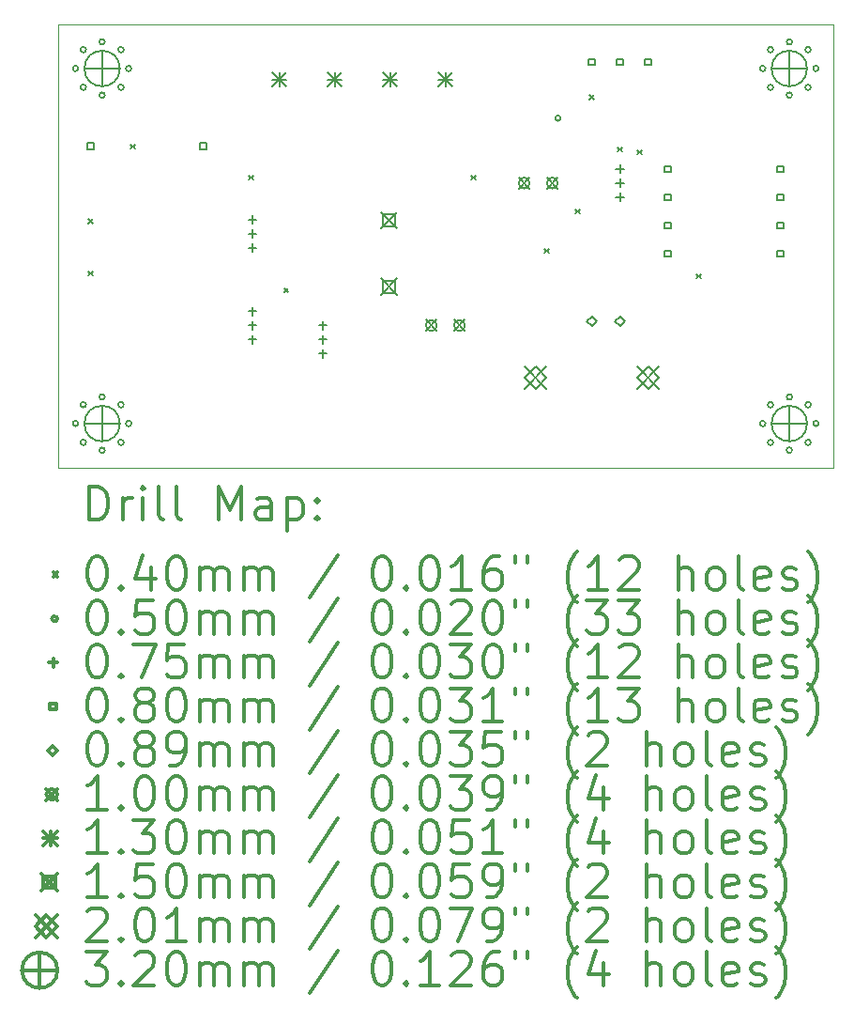
<source format=gbr>
%FSLAX45Y45*%
G04 Gerber Fmt 4.5, Leading zero omitted, Abs format (unit mm)*
G04 Created by KiCad (PCBNEW (5.1.2)-1) date 2019-08-30 22:47:41*
%MOMM*%
%LPD*%
G04 APERTURE LIST*
%ADD10C,0.050000*%
%ADD11C,0.200000*%
%ADD12C,0.300000*%
G04 APERTURE END LIST*
D10*
X9000000Y-11000000D02*
X9000000Y-7000000D01*
X16000000Y-11000000D02*
X9000000Y-11000000D01*
X16000000Y-7000000D02*
X16000000Y-11000000D01*
X9000000Y-7000000D02*
X16000000Y-7000000D01*
D11*
X9276400Y-8755700D02*
X9316400Y-8795700D01*
X9316400Y-8755700D02*
X9276400Y-8795700D01*
X9276400Y-9225600D02*
X9316400Y-9265600D01*
X9316400Y-9225600D02*
X9276400Y-9265600D01*
X9657400Y-8082600D02*
X9697400Y-8122600D01*
X9697400Y-8082600D02*
X9657400Y-8122600D01*
X10724200Y-8362000D02*
X10764200Y-8402000D01*
X10764200Y-8362000D02*
X10724200Y-8402000D01*
X11041700Y-9378000D02*
X11081700Y-9418000D01*
X11081700Y-9378000D02*
X11041700Y-9418000D01*
X12730800Y-8362000D02*
X12770800Y-8402000D01*
X12770800Y-8362000D02*
X12730800Y-8402000D01*
X13391200Y-9022400D02*
X13431200Y-9062400D01*
X13431200Y-9022400D02*
X13391200Y-9062400D01*
X13670600Y-8666800D02*
X13710600Y-8706800D01*
X13710600Y-8666800D02*
X13670600Y-8706800D01*
X13797600Y-7638100D02*
X13837600Y-7678100D01*
X13837600Y-7638100D02*
X13797600Y-7678100D01*
X14051600Y-8108000D02*
X14091600Y-8148000D01*
X14091600Y-8108000D02*
X14051600Y-8148000D01*
X14229400Y-8133400D02*
X14269400Y-8173400D01*
X14269400Y-8133400D02*
X14229400Y-8173400D01*
X14762800Y-9251000D02*
X14802800Y-9291000D01*
X14802800Y-9251000D02*
X14762800Y-9291000D01*
X13537800Y-7848600D02*
G75*
G03X13537800Y-7848600I-25000J0D01*
G01*
X15385000Y-7400000D02*
G75*
G03X15385000Y-7400000I-25000J0D01*
G01*
X15455294Y-7230294D02*
G75*
G03X15455294Y-7230294I-25000J0D01*
G01*
X15455294Y-7569706D02*
G75*
G03X15455294Y-7569706I-25000J0D01*
G01*
X15625000Y-7160000D02*
G75*
G03X15625000Y-7160000I-25000J0D01*
G01*
X15625000Y-7640000D02*
G75*
G03X15625000Y-7640000I-25000J0D01*
G01*
X15794706Y-7230294D02*
G75*
G03X15794706Y-7230294I-25000J0D01*
G01*
X15794706Y-7569706D02*
G75*
G03X15794706Y-7569706I-25000J0D01*
G01*
X15865000Y-7400000D02*
G75*
G03X15865000Y-7400000I-25000J0D01*
G01*
X9185000Y-7400000D02*
G75*
G03X9185000Y-7400000I-25000J0D01*
G01*
X9255294Y-7230294D02*
G75*
G03X9255294Y-7230294I-25000J0D01*
G01*
X9255294Y-7569706D02*
G75*
G03X9255294Y-7569706I-25000J0D01*
G01*
X9425000Y-7160000D02*
G75*
G03X9425000Y-7160000I-25000J0D01*
G01*
X9425000Y-7640000D02*
G75*
G03X9425000Y-7640000I-25000J0D01*
G01*
X9594706Y-7230294D02*
G75*
G03X9594706Y-7230294I-25000J0D01*
G01*
X9594706Y-7569706D02*
G75*
G03X9594706Y-7569706I-25000J0D01*
G01*
X9665000Y-7400000D02*
G75*
G03X9665000Y-7400000I-25000J0D01*
G01*
X15385000Y-10600000D02*
G75*
G03X15385000Y-10600000I-25000J0D01*
G01*
X15455294Y-10430294D02*
G75*
G03X15455294Y-10430294I-25000J0D01*
G01*
X15455294Y-10769706D02*
G75*
G03X15455294Y-10769706I-25000J0D01*
G01*
X15625000Y-10360000D02*
G75*
G03X15625000Y-10360000I-25000J0D01*
G01*
X15625000Y-10840000D02*
G75*
G03X15625000Y-10840000I-25000J0D01*
G01*
X15794706Y-10430294D02*
G75*
G03X15794706Y-10430294I-25000J0D01*
G01*
X15794706Y-10769706D02*
G75*
G03X15794706Y-10769706I-25000J0D01*
G01*
X15865000Y-10600000D02*
G75*
G03X15865000Y-10600000I-25000J0D01*
G01*
X9185000Y-10600000D02*
G75*
G03X9185000Y-10600000I-25000J0D01*
G01*
X9255294Y-10430294D02*
G75*
G03X9255294Y-10430294I-25000J0D01*
G01*
X9255294Y-10769706D02*
G75*
G03X9255294Y-10769706I-25000J0D01*
G01*
X9425000Y-10360000D02*
G75*
G03X9425000Y-10360000I-25000J0D01*
G01*
X9425000Y-10840000D02*
G75*
G03X9425000Y-10840000I-25000J0D01*
G01*
X9594706Y-10430294D02*
G75*
G03X9594706Y-10430294I-25000J0D01*
G01*
X9594706Y-10769706D02*
G75*
G03X9594706Y-10769706I-25000J0D01*
G01*
X9665000Y-10600000D02*
G75*
G03X9665000Y-10600000I-25000J0D01*
G01*
X11391900Y-9678000D02*
X11391900Y-9753000D01*
X11354400Y-9715500D02*
X11429400Y-9715500D01*
X11391900Y-9805000D02*
X11391900Y-9880000D01*
X11354400Y-9842500D02*
X11429400Y-9842500D01*
X11391900Y-9932000D02*
X11391900Y-10007000D01*
X11354400Y-9969500D02*
X11429400Y-9969500D01*
X10756900Y-8725500D02*
X10756900Y-8800500D01*
X10719400Y-8763000D02*
X10794400Y-8763000D01*
X10756900Y-8852500D02*
X10756900Y-8927500D01*
X10719400Y-8890000D02*
X10794400Y-8890000D01*
X10756900Y-8979500D02*
X10756900Y-9054500D01*
X10719400Y-9017000D02*
X10794400Y-9017000D01*
X14071600Y-8268300D02*
X14071600Y-8343300D01*
X14034100Y-8305800D02*
X14109100Y-8305800D01*
X14071600Y-8395300D02*
X14071600Y-8470300D01*
X14034100Y-8432800D02*
X14109100Y-8432800D01*
X14071600Y-8522300D02*
X14071600Y-8597300D01*
X14034100Y-8559800D02*
X14109100Y-8559800D01*
X10756900Y-9551000D02*
X10756900Y-9626000D01*
X10719400Y-9588500D02*
X10794400Y-9588500D01*
X10756900Y-9678000D02*
X10756900Y-9753000D01*
X10719400Y-9715500D02*
X10794400Y-9715500D01*
X10756900Y-9805000D02*
X10756900Y-9880000D01*
X10719400Y-9842500D02*
X10794400Y-9842500D01*
X13845884Y-7368884D02*
X13845884Y-7312315D01*
X13789315Y-7312315D01*
X13789315Y-7368884D01*
X13845884Y-7368884D01*
X14099884Y-7368884D02*
X14099884Y-7312315D01*
X14043315Y-7312315D01*
X14043315Y-7368884D01*
X14099884Y-7368884D01*
X14353884Y-7368884D02*
X14353884Y-7312315D01*
X14297315Y-7312315D01*
X14297315Y-7368884D01*
X14353884Y-7368884D01*
X9326685Y-8128284D02*
X9326685Y-8071715D01*
X9270116Y-8071715D01*
X9270116Y-8128284D01*
X9326685Y-8128284D01*
X10342685Y-8128284D02*
X10342685Y-8071715D01*
X10286116Y-8071715D01*
X10286116Y-8128284D01*
X10342685Y-8128284D01*
X14531684Y-8334084D02*
X14531684Y-8277515D01*
X14475115Y-8277515D01*
X14475115Y-8334084D01*
X14531684Y-8334084D01*
X14531684Y-8588085D02*
X14531684Y-8531516D01*
X14475115Y-8531516D01*
X14475115Y-8588085D01*
X14531684Y-8588085D01*
X14531684Y-8842085D02*
X14531684Y-8785516D01*
X14475115Y-8785516D01*
X14475115Y-8842085D01*
X14531684Y-8842085D01*
X14531684Y-9096085D02*
X14531684Y-9039516D01*
X14475115Y-9039516D01*
X14475115Y-9096085D01*
X14531684Y-9096085D01*
X15547684Y-8334084D02*
X15547684Y-8277515D01*
X15491115Y-8277515D01*
X15491115Y-8334084D01*
X15547684Y-8334084D01*
X15547684Y-8588085D02*
X15547684Y-8531516D01*
X15491115Y-8531516D01*
X15491115Y-8588085D01*
X15547684Y-8588085D01*
X15547684Y-8842085D02*
X15547684Y-8785516D01*
X15491115Y-8785516D01*
X15491115Y-8842085D01*
X15547684Y-8842085D01*
X15547684Y-9096085D02*
X15547684Y-9039516D01*
X15491115Y-9039516D01*
X15491115Y-9096085D01*
X15547684Y-9096085D01*
X13817600Y-9721900D02*
X13862100Y-9677400D01*
X13817600Y-9632900D01*
X13773100Y-9677400D01*
X13817600Y-9721900D01*
X14071600Y-9721900D02*
X14116100Y-9677400D01*
X14071600Y-9632900D01*
X14027100Y-9677400D01*
X14071600Y-9721900D01*
X12319800Y-9665500D02*
X12419800Y-9765500D01*
X12419800Y-9665500D02*
X12319800Y-9765500D01*
X12419800Y-9715500D02*
G75*
G03X12419800Y-9715500I-50000J0D01*
G01*
X12573800Y-9665500D02*
X12673800Y-9765500D01*
X12673800Y-9665500D02*
X12573800Y-9765500D01*
X12673800Y-9715500D02*
G75*
G03X12673800Y-9715500I-50000J0D01*
G01*
X13158000Y-8382800D02*
X13258000Y-8482800D01*
X13258000Y-8382800D02*
X13158000Y-8482800D01*
X13258000Y-8432800D02*
G75*
G03X13258000Y-8432800I-50000J0D01*
G01*
X13412000Y-8382800D02*
X13512000Y-8482800D01*
X13512000Y-8382800D02*
X13412000Y-8482800D01*
X13512000Y-8432800D02*
G75*
G03X13512000Y-8432800I-50000J0D01*
G01*
X10933400Y-7435000D02*
X11063400Y-7565000D01*
X11063400Y-7435000D02*
X10933400Y-7565000D01*
X10998400Y-7435000D02*
X10998400Y-7565000D01*
X10933400Y-7500000D02*
X11063400Y-7500000D01*
X11433400Y-7435000D02*
X11563400Y-7565000D01*
X11563400Y-7435000D02*
X11433400Y-7565000D01*
X11498400Y-7435000D02*
X11498400Y-7565000D01*
X11433400Y-7500000D02*
X11563400Y-7500000D01*
X11933400Y-7435000D02*
X12063400Y-7565000D01*
X12063400Y-7435000D02*
X11933400Y-7565000D01*
X11998400Y-7435000D02*
X11998400Y-7565000D01*
X11933400Y-7500000D02*
X12063400Y-7500000D01*
X12433400Y-7435000D02*
X12563400Y-7565000D01*
X12563400Y-7435000D02*
X12433400Y-7565000D01*
X12498400Y-7435000D02*
X12498400Y-7565000D01*
X12433400Y-7500000D02*
X12563400Y-7500000D01*
X11913800Y-8692800D02*
X12063800Y-8842800D01*
X12063800Y-8692800D02*
X11913800Y-8842800D01*
X12041833Y-8820834D02*
X12041833Y-8714767D01*
X11935766Y-8714767D01*
X11935766Y-8820834D01*
X12041833Y-8820834D01*
X11913800Y-9292800D02*
X12063800Y-9442800D01*
X12063800Y-9292800D02*
X11913800Y-9442800D01*
X12041833Y-9420834D02*
X12041833Y-9314767D01*
X11935766Y-9314767D01*
X11935766Y-9420834D01*
X12041833Y-9420834D01*
X13209100Y-10084900D02*
X13410100Y-10285900D01*
X13410100Y-10084900D02*
X13209100Y-10285900D01*
X13309600Y-10285900D02*
X13410100Y-10185400D01*
X13309600Y-10084900D01*
X13209100Y-10185400D01*
X13309600Y-10285900D01*
X14225100Y-10084900D02*
X14426100Y-10285900D01*
X14426100Y-10084900D02*
X14225100Y-10285900D01*
X14325600Y-10285900D02*
X14426100Y-10185400D01*
X14325600Y-10084900D01*
X14225100Y-10185400D01*
X14325600Y-10285900D01*
X9400000Y-10440000D02*
X9400000Y-10760000D01*
X9240000Y-10600000D02*
X9560000Y-10600000D01*
X9560000Y-10600000D02*
G75*
G03X9560000Y-10600000I-160000J0D01*
G01*
X15600000Y-7240000D02*
X15600000Y-7560000D01*
X15440000Y-7400000D02*
X15760000Y-7400000D01*
X15760000Y-7400000D02*
G75*
G03X15760000Y-7400000I-160000J0D01*
G01*
X9400000Y-7240000D02*
X9400000Y-7560000D01*
X9240000Y-7400000D02*
X9560000Y-7400000D01*
X9560000Y-7400000D02*
G75*
G03X9560000Y-7400000I-160000J0D01*
G01*
X15600000Y-10440000D02*
X15600000Y-10760000D01*
X15440000Y-10600000D02*
X15760000Y-10600000D01*
X15760000Y-10600000D02*
G75*
G03X15760000Y-10600000I-160000J0D01*
G01*
D12*
X9283928Y-11468214D02*
X9283928Y-11168214D01*
X9355357Y-11168214D01*
X9398214Y-11182500D01*
X9426786Y-11211071D01*
X9441071Y-11239643D01*
X9455357Y-11296786D01*
X9455357Y-11339643D01*
X9441071Y-11396786D01*
X9426786Y-11425357D01*
X9398214Y-11453929D01*
X9355357Y-11468214D01*
X9283928Y-11468214D01*
X9583928Y-11468214D02*
X9583928Y-11268214D01*
X9583928Y-11325357D02*
X9598214Y-11296786D01*
X9612500Y-11282500D01*
X9641071Y-11268214D01*
X9669643Y-11268214D01*
X9769643Y-11468214D02*
X9769643Y-11268214D01*
X9769643Y-11168214D02*
X9755357Y-11182500D01*
X9769643Y-11196786D01*
X9783928Y-11182500D01*
X9769643Y-11168214D01*
X9769643Y-11196786D01*
X9955357Y-11468214D02*
X9926786Y-11453929D01*
X9912500Y-11425357D01*
X9912500Y-11168214D01*
X10112500Y-11468214D02*
X10083928Y-11453929D01*
X10069643Y-11425357D01*
X10069643Y-11168214D01*
X10455357Y-11468214D02*
X10455357Y-11168214D01*
X10555357Y-11382500D01*
X10655357Y-11168214D01*
X10655357Y-11468214D01*
X10926786Y-11468214D02*
X10926786Y-11311071D01*
X10912500Y-11282500D01*
X10883928Y-11268214D01*
X10826786Y-11268214D01*
X10798214Y-11282500D01*
X10926786Y-11453929D02*
X10898214Y-11468214D01*
X10826786Y-11468214D01*
X10798214Y-11453929D01*
X10783928Y-11425357D01*
X10783928Y-11396786D01*
X10798214Y-11368214D01*
X10826786Y-11353929D01*
X10898214Y-11353929D01*
X10926786Y-11339643D01*
X11069643Y-11268214D02*
X11069643Y-11568214D01*
X11069643Y-11282500D02*
X11098214Y-11268214D01*
X11155357Y-11268214D01*
X11183928Y-11282500D01*
X11198214Y-11296786D01*
X11212500Y-11325357D01*
X11212500Y-11411071D01*
X11198214Y-11439643D01*
X11183928Y-11453929D01*
X11155357Y-11468214D01*
X11098214Y-11468214D01*
X11069643Y-11453929D01*
X11341071Y-11439643D02*
X11355357Y-11453929D01*
X11341071Y-11468214D01*
X11326786Y-11453929D01*
X11341071Y-11439643D01*
X11341071Y-11468214D01*
X11341071Y-11282500D02*
X11355357Y-11296786D01*
X11341071Y-11311071D01*
X11326786Y-11296786D01*
X11341071Y-11282500D01*
X11341071Y-11311071D01*
X8957500Y-11942500D02*
X8997500Y-11982500D01*
X8997500Y-11942500D02*
X8957500Y-11982500D01*
X9341071Y-11798214D02*
X9369643Y-11798214D01*
X9398214Y-11812500D01*
X9412500Y-11826786D01*
X9426786Y-11855357D01*
X9441071Y-11912500D01*
X9441071Y-11983929D01*
X9426786Y-12041071D01*
X9412500Y-12069643D01*
X9398214Y-12083929D01*
X9369643Y-12098214D01*
X9341071Y-12098214D01*
X9312500Y-12083929D01*
X9298214Y-12069643D01*
X9283928Y-12041071D01*
X9269643Y-11983929D01*
X9269643Y-11912500D01*
X9283928Y-11855357D01*
X9298214Y-11826786D01*
X9312500Y-11812500D01*
X9341071Y-11798214D01*
X9569643Y-12069643D02*
X9583928Y-12083929D01*
X9569643Y-12098214D01*
X9555357Y-12083929D01*
X9569643Y-12069643D01*
X9569643Y-12098214D01*
X9841071Y-11898214D02*
X9841071Y-12098214D01*
X9769643Y-11783929D02*
X9698214Y-11998214D01*
X9883928Y-11998214D01*
X10055357Y-11798214D02*
X10083928Y-11798214D01*
X10112500Y-11812500D01*
X10126786Y-11826786D01*
X10141071Y-11855357D01*
X10155357Y-11912500D01*
X10155357Y-11983929D01*
X10141071Y-12041071D01*
X10126786Y-12069643D01*
X10112500Y-12083929D01*
X10083928Y-12098214D01*
X10055357Y-12098214D01*
X10026786Y-12083929D01*
X10012500Y-12069643D01*
X9998214Y-12041071D01*
X9983928Y-11983929D01*
X9983928Y-11912500D01*
X9998214Y-11855357D01*
X10012500Y-11826786D01*
X10026786Y-11812500D01*
X10055357Y-11798214D01*
X10283928Y-12098214D02*
X10283928Y-11898214D01*
X10283928Y-11926786D02*
X10298214Y-11912500D01*
X10326786Y-11898214D01*
X10369643Y-11898214D01*
X10398214Y-11912500D01*
X10412500Y-11941071D01*
X10412500Y-12098214D01*
X10412500Y-11941071D02*
X10426786Y-11912500D01*
X10455357Y-11898214D01*
X10498214Y-11898214D01*
X10526786Y-11912500D01*
X10541071Y-11941071D01*
X10541071Y-12098214D01*
X10683928Y-12098214D02*
X10683928Y-11898214D01*
X10683928Y-11926786D02*
X10698214Y-11912500D01*
X10726786Y-11898214D01*
X10769643Y-11898214D01*
X10798214Y-11912500D01*
X10812500Y-11941071D01*
X10812500Y-12098214D01*
X10812500Y-11941071D02*
X10826786Y-11912500D01*
X10855357Y-11898214D01*
X10898214Y-11898214D01*
X10926786Y-11912500D01*
X10941071Y-11941071D01*
X10941071Y-12098214D01*
X11526786Y-11783929D02*
X11269643Y-12169643D01*
X11912500Y-11798214D02*
X11941071Y-11798214D01*
X11969643Y-11812500D01*
X11983928Y-11826786D01*
X11998214Y-11855357D01*
X12012500Y-11912500D01*
X12012500Y-11983929D01*
X11998214Y-12041071D01*
X11983928Y-12069643D01*
X11969643Y-12083929D01*
X11941071Y-12098214D01*
X11912500Y-12098214D01*
X11883928Y-12083929D01*
X11869643Y-12069643D01*
X11855357Y-12041071D01*
X11841071Y-11983929D01*
X11841071Y-11912500D01*
X11855357Y-11855357D01*
X11869643Y-11826786D01*
X11883928Y-11812500D01*
X11912500Y-11798214D01*
X12141071Y-12069643D02*
X12155357Y-12083929D01*
X12141071Y-12098214D01*
X12126786Y-12083929D01*
X12141071Y-12069643D01*
X12141071Y-12098214D01*
X12341071Y-11798214D02*
X12369643Y-11798214D01*
X12398214Y-11812500D01*
X12412500Y-11826786D01*
X12426786Y-11855357D01*
X12441071Y-11912500D01*
X12441071Y-11983929D01*
X12426786Y-12041071D01*
X12412500Y-12069643D01*
X12398214Y-12083929D01*
X12369643Y-12098214D01*
X12341071Y-12098214D01*
X12312500Y-12083929D01*
X12298214Y-12069643D01*
X12283928Y-12041071D01*
X12269643Y-11983929D01*
X12269643Y-11912500D01*
X12283928Y-11855357D01*
X12298214Y-11826786D01*
X12312500Y-11812500D01*
X12341071Y-11798214D01*
X12726786Y-12098214D02*
X12555357Y-12098214D01*
X12641071Y-12098214D02*
X12641071Y-11798214D01*
X12612500Y-11841071D01*
X12583928Y-11869643D01*
X12555357Y-11883929D01*
X12983928Y-11798214D02*
X12926786Y-11798214D01*
X12898214Y-11812500D01*
X12883928Y-11826786D01*
X12855357Y-11869643D01*
X12841071Y-11926786D01*
X12841071Y-12041071D01*
X12855357Y-12069643D01*
X12869643Y-12083929D01*
X12898214Y-12098214D01*
X12955357Y-12098214D01*
X12983928Y-12083929D01*
X12998214Y-12069643D01*
X13012500Y-12041071D01*
X13012500Y-11969643D01*
X12998214Y-11941071D01*
X12983928Y-11926786D01*
X12955357Y-11912500D01*
X12898214Y-11912500D01*
X12869643Y-11926786D01*
X12855357Y-11941071D01*
X12841071Y-11969643D01*
X13126786Y-11798214D02*
X13126786Y-11855357D01*
X13241071Y-11798214D02*
X13241071Y-11855357D01*
X13683928Y-12212500D02*
X13669643Y-12198214D01*
X13641071Y-12155357D01*
X13626786Y-12126786D01*
X13612500Y-12083929D01*
X13598214Y-12012500D01*
X13598214Y-11955357D01*
X13612500Y-11883929D01*
X13626786Y-11841071D01*
X13641071Y-11812500D01*
X13669643Y-11769643D01*
X13683928Y-11755357D01*
X13955357Y-12098214D02*
X13783928Y-12098214D01*
X13869643Y-12098214D02*
X13869643Y-11798214D01*
X13841071Y-11841071D01*
X13812500Y-11869643D01*
X13783928Y-11883929D01*
X14069643Y-11826786D02*
X14083928Y-11812500D01*
X14112500Y-11798214D01*
X14183928Y-11798214D01*
X14212500Y-11812500D01*
X14226786Y-11826786D01*
X14241071Y-11855357D01*
X14241071Y-11883929D01*
X14226786Y-11926786D01*
X14055357Y-12098214D01*
X14241071Y-12098214D01*
X14598214Y-12098214D02*
X14598214Y-11798214D01*
X14726786Y-12098214D02*
X14726786Y-11941071D01*
X14712500Y-11912500D01*
X14683928Y-11898214D01*
X14641071Y-11898214D01*
X14612500Y-11912500D01*
X14598214Y-11926786D01*
X14912500Y-12098214D02*
X14883928Y-12083929D01*
X14869643Y-12069643D01*
X14855357Y-12041071D01*
X14855357Y-11955357D01*
X14869643Y-11926786D01*
X14883928Y-11912500D01*
X14912500Y-11898214D01*
X14955357Y-11898214D01*
X14983928Y-11912500D01*
X14998214Y-11926786D01*
X15012500Y-11955357D01*
X15012500Y-12041071D01*
X14998214Y-12069643D01*
X14983928Y-12083929D01*
X14955357Y-12098214D01*
X14912500Y-12098214D01*
X15183928Y-12098214D02*
X15155357Y-12083929D01*
X15141071Y-12055357D01*
X15141071Y-11798214D01*
X15412500Y-12083929D02*
X15383928Y-12098214D01*
X15326786Y-12098214D01*
X15298214Y-12083929D01*
X15283928Y-12055357D01*
X15283928Y-11941071D01*
X15298214Y-11912500D01*
X15326786Y-11898214D01*
X15383928Y-11898214D01*
X15412500Y-11912500D01*
X15426786Y-11941071D01*
X15426786Y-11969643D01*
X15283928Y-11998214D01*
X15541071Y-12083929D02*
X15569643Y-12098214D01*
X15626786Y-12098214D01*
X15655357Y-12083929D01*
X15669643Y-12055357D01*
X15669643Y-12041071D01*
X15655357Y-12012500D01*
X15626786Y-11998214D01*
X15583928Y-11998214D01*
X15555357Y-11983929D01*
X15541071Y-11955357D01*
X15541071Y-11941071D01*
X15555357Y-11912500D01*
X15583928Y-11898214D01*
X15626786Y-11898214D01*
X15655357Y-11912500D01*
X15769643Y-12212500D02*
X15783928Y-12198214D01*
X15812500Y-12155357D01*
X15826786Y-12126786D01*
X15841071Y-12083929D01*
X15855357Y-12012500D01*
X15855357Y-11955357D01*
X15841071Y-11883929D01*
X15826786Y-11841071D01*
X15812500Y-11812500D01*
X15783928Y-11769643D01*
X15769643Y-11755357D01*
X8997500Y-12358500D02*
G75*
G03X8997500Y-12358500I-25000J0D01*
G01*
X9341071Y-12194214D02*
X9369643Y-12194214D01*
X9398214Y-12208500D01*
X9412500Y-12222786D01*
X9426786Y-12251357D01*
X9441071Y-12308500D01*
X9441071Y-12379929D01*
X9426786Y-12437071D01*
X9412500Y-12465643D01*
X9398214Y-12479929D01*
X9369643Y-12494214D01*
X9341071Y-12494214D01*
X9312500Y-12479929D01*
X9298214Y-12465643D01*
X9283928Y-12437071D01*
X9269643Y-12379929D01*
X9269643Y-12308500D01*
X9283928Y-12251357D01*
X9298214Y-12222786D01*
X9312500Y-12208500D01*
X9341071Y-12194214D01*
X9569643Y-12465643D02*
X9583928Y-12479929D01*
X9569643Y-12494214D01*
X9555357Y-12479929D01*
X9569643Y-12465643D01*
X9569643Y-12494214D01*
X9855357Y-12194214D02*
X9712500Y-12194214D01*
X9698214Y-12337071D01*
X9712500Y-12322786D01*
X9741071Y-12308500D01*
X9812500Y-12308500D01*
X9841071Y-12322786D01*
X9855357Y-12337071D01*
X9869643Y-12365643D01*
X9869643Y-12437071D01*
X9855357Y-12465643D01*
X9841071Y-12479929D01*
X9812500Y-12494214D01*
X9741071Y-12494214D01*
X9712500Y-12479929D01*
X9698214Y-12465643D01*
X10055357Y-12194214D02*
X10083928Y-12194214D01*
X10112500Y-12208500D01*
X10126786Y-12222786D01*
X10141071Y-12251357D01*
X10155357Y-12308500D01*
X10155357Y-12379929D01*
X10141071Y-12437071D01*
X10126786Y-12465643D01*
X10112500Y-12479929D01*
X10083928Y-12494214D01*
X10055357Y-12494214D01*
X10026786Y-12479929D01*
X10012500Y-12465643D01*
X9998214Y-12437071D01*
X9983928Y-12379929D01*
X9983928Y-12308500D01*
X9998214Y-12251357D01*
X10012500Y-12222786D01*
X10026786Y-12208500D01*
X10055357Y-12194214D01*
X10283928Y-12494214D02*
X10283928Y-12294214D01*
X10283928Y-12322786D02*
X10298214Y-12308500D01*
X10326786Y-12294214D01*
X10369643Y-12294214D01*
X10398214Y-12308500D01*
X10412500Y-12337071D01*
X10412500Y-12494214D01*
X10412500Y-12337071D02*
X10426786Y-12308500D01*
X10455357Y-12294214D01*
X10498214Y-12294214D01*
X10526786Y-12308500D01*
X10541071Y-12337071D01*
X10541071Y-12494214D01*
X10683928Y-12494214D02*
X10683928Y-12294214D01*
X10683928Y-12322786D02*
X10698214Y-12308500D01*
X10726786Y-12294214D01*
X10769643Y-12294214D01*
X10798214Y-12308500D01*
X10812500Y-12337071D01*
X10812500Y-12494214D01*
X10812500Y-12337071D02*
X10826786Y-12308500D01*
X10855357Y-12294214D01*
X10898214Y-12294214D01*
X10926786Y-12308500D01*
X10941071Y-12337071D01*
X10941071Y-12494214D01*
X11526786Y-12179929D02*
X11269643Y-12565643D01*
X11912500Y-12194214D02*
X11941071Y-12194214D01*
X11969643Y-12208500D01*
X11983928Y-12222786D01*
X11998214Y-12251357D01*
X12012500Y-12308500D01*
X12012500Y-12379929D01*
X11998214Y-12437071D01*
X11983928Y-12465643D01*
X11969643Y-12479929D01*
X11941071Y-12494214D01*
X11912500Y-12494214D01*
X11883928Y-12479929D01*
X11869643Y-12465643D01*
X11855357Y-12437071D01*
X11841071Y-12379929D01*
X11841071Y-12308500D01*
X11855357Y-12251357D01*
X11869643Y-12222786D01*
X11883928Y-12208500D01*
X11912500Y-12194214D01*
X12141071Y-12465643D02*
X12155357Y-12479929D01*
X12141071Y-12494214D01*
X12126786Y-12479929D01*
X12141071Y-12465643D01*
X12141071Y-12494214D01*
X12341071Y-12194214D02*
X12369643Y-12194214D01*
X12398214Y-12208500D01*
X12412500Y-12222786D01*
X12426786Y-12251357D01*
X12441071Y-12308500D01*
X12441071Y-12379929D01*
X12426786Y-12437071D01*
X12412500Y-12465643D01*
X12398214Y-12479929D01*
X12369643Y-12494214D01*
X12341071Y-12494214D01*
X12312500Y-12479929D01*
X12298214Y-12465643D01*
X12283928Y-12437071D01*
X12269643Y-12379929D01*
X12269643Y-12308500D01*
X12283928Y-12251357D01*
X12298214Y-12222786D01*
X12312500Y-12208500D01*
X12341071Y-12194214D01*
X12555357Y-12222786D02*
X12569643Y-12208500D01*
X12598214Y-12194214D01*
X12669643Y-12194214D01*
X12698214Y-12208500D01*
X12712500Y-12222786D01*
X12726786Y-12251357D01*
X12726786Y-12279929D01*
X12712500Y-12322786D01*
X12541071Y-12494214D01*
X12726786Y-12494214D01*
X12912500Y-12194214D02*
X12941071Y-12194214D01*
X12969643Y-12208500D01*
X12983928Y-12222786D01*
X12998214Y-12251357D01*
X13012500Y-12308500D01*
X13012500Y-12379929D01*
X12998214Y-12437071D01*
X12983928Y-12465643D01*
X12969643Y-12479929D01*
X12941071Y-12494214D01*
X12912500Y-12494214D01*
X12883928Y-12479929D01*
X12869643Y-12465643D01*
X12855357Y-12437071D01*
X12841071Y-12379929D01*
X12841071Y-12308500D01*
X12855357Y-12251357D01*
X12869643Y-12222786D01*
X12883928Y-12208500D01*
X12912500Y-12194214D01*
X13126786Y-12194214D02*
X13126786Y-12251357D01*
X13241071Y-12194214D02*
X13241071Y-12251357D01*
X13683928Y-12608500D02*
X13669643Y-12594214D01*
X13641071Y-12551357D01*
X13626786Y-12522786D01*
X13612500Y-12479929D01*
X13598214Y-12408500D01*
X13598214Y-12351357D01*
X13612500Y-12279929D01*
X13626786Y-12237071D01*
X13641071Y-12208500D01*
X13669643Y-12165643D01*
X13683928Y-12151357D01*
X13769643Y-12194214D02*
X13955357Y-12194214D01*
X13855357Y-12308500D01*
X13898214Y-12308500D01*
X13926786Y-12322786D01*
X13941071Y-12337071D01*
X13955357Y-12365643D01*
X13955357Y-12437071D01*
X13941071Y-12465643D01*
X13926786Y-12479929D01*
X13898214Y-12494214D01*
X13812500Y-12494214D01*
X13783928Y-12479929D01*
X13769643Y-12465643D01*
X14055357Y-12194214D02*
X14241071Y-12194214D01*
X14141071Y-12308500D01*
X14183928Y-12308500D01*
X14212500Y-12322786D01*
X14226786Y-12337071D01*
X14241071Y-12365643D01*
X14241071Y-12437071D01*
X14226786Y-12465643D01*
X14212500Y-12479929D01*
X14183928Y-12494214D01*
X14098214Y-12494214D01*
X14069643Y-12479929D01*
X14055357Y-12465643D01*
X14598214Y-12494214D02*
X14598214Y-12194214D01*
X14726786Y-12494214D02*
X14726786Y-12337071D01*
X14712500Y-12308500D01*
X14683928Y-12294214D01*
X14641071Y-12294214D01*
X14612500Y-12308500D01*
X14598214Y-12322786D01*
X14912500Y-12494214D02*
X14883928Y-12479929D01*
X14869643Y-12465643D01*
X14855357Y-12437071D01*
X14855357Y-12351357D01*
X14869643Y-12322786D01*
X14883928Y-12308500D01*
X14912500Y-12294214D01*
X14955357Y-12294214D01*
X14983928Y-12308500D01*
X14998214Y-12322786D01*
X15012500Y-12351357D01*
X15012500Y-12437071D01*
X14998214Y-12465643D01*
X14983928Y-12479929D01*
X14955357Y-12494214D01*
X14912500Y-12494214D01*
X15183928Y-12494214D02*
X15155357Y-12479929D01*
X15141071Y-12451357D01*
X15141071Y-12194214D01*
X15412500Y-12479929D02*
X15383928Y-12494214D01*
X15326786Y-12494214D01*
X15298214Y-12479929D01*
X15283928Y-12451357D01*
X15283928Y-12337071D01*
X15298214Y-12308500D01*
X15326786Y-12294214D01*
X15383928Y-12294214D01*
X15412500Y-12308500D01*
X15426786Y-12337071D01*
X15426786Y-12365643D01*
X15283928Y-12394214D01*
X15541071Y-12479929D02*
X15569643Y-12494214D01*
X15626786Y-12494214D01*
X15655357Y-12479929D01*
X15669643Y-12451357D01*
X15669643Y-12437071D01*
X15655357Y-12408500D01*
X15626786Y-12394214D01*
X15583928Y-12394214D01*
X15555357Y-12379929D01*
X15541071Y-12351357D01*
X15541071Y-12337071D01*
X15555357Y-12308500D01*
X15583928Y-12294214D01*
X15626786Y-12294214D01*
X15655357Y-12308500D01*
X15769643Y-12608500D02*
X15783928Y-12594214D01*
X15812500Y-12551357D01*
X15826786Y-12522786D01*
X15841071Y-12479929D01*
X15855357Y-12408500D01*
X15855357Y-12351357D01*
X15841071Y-12279929D01*
X15826786Y-12237071D01*
X15812500Y-12208500D01*
X15783928Y-12165643D01*
X15769643Y-12151357D01*
X8960000Y-12717000D02*
X8960000Y-12792000D01*
X8922500Y-12754500D02*
X8997500Y-12754500D01*
X9341071Y-12590214D02*
X9369643Y-12590214D01*
X9398214Y-12604500D01*
X9412500Y-12618786D01*
X9426786Y-12647357D01*
X9441071Y-12704500D01*
X9441071Y-12775929D01*
X9426786Y-12833071D01*
X9412500Y-12861643D01*
X9398214Y-12875929D01*
X9369643Y-12890214D01*
X9341071Y-12890214D01*
X9312500Y-12875929D01*
X9298214Y-12861643D01*
X9283928Y-12833071D01*
X9269643Y-12775929D01*
X9269643Y-12704500D01*
X9283928Y-12647357D01*
X9298214Y-12618786D01*
X9312500Y-12604500D01*
X9341071Y-12590214D01*
X9569643Y-12861643D02*
X9583928Y-12875929D01*
X9569643Y-12890214D01*
X9555357Y-12875929D01*
X9569643Y-12861643D01*
X9569643Y-12890214D01*
X9683928Y-12590214D02*
X9883928Y-12590214D01*
X9755357Y-12890214D01*
X10141071Y-12590214D02*
X9998214Y-12590214D01*
X9983928Y-12733071D01*
X9998214Y-12718786D01*
X10026786Y-12704500D01*
X10098214Y-12704500D01*
X10126786Y-12718786D01*
X10141071Y-12733071D01*
X10155357Y-12761643D01*
X10155357Y-12833071D01*
X10141071Y-12861643D01*
X10126786Y-12875929D01*
X10098214Y-12890214D01*
X10026786Y-12890214D01*
X9998214Y-12875929D01*
X9983928Y-12861643D01*
X10283928Y-12890214D02*
X10283928Y-12690214D01*
X10283928Y-12718786D02*
X10298214Y-12704500D01*
X10326786Y-12690214D01*
X10369643Y-12690214D01*
X10398214Y-12704500D01*
X10412500Y-12733071D01*
X10412500Y-12890214D01*
X10412500Y-12733071D02*
X10426786Y-12704500D01*
X10455357Y-12690214D01*
X10498214Y-12690214D01*
X10526786Y-12704500D01*
X10541071Y-12733071D01*
X10541071Y-12890214D01*
X10683928Y-12890214D02*
X10683928Y-12690214D01*
X10683928Y-12718786D02*
X10698214Y-12704500D01*
X10726786Y-12690214D01*
X10769643Y-12690214D01*
X10798214Y-12704500D01*
X10812500Y-12733071D01*
X10812500Y-12890214D01*
X10812500Y-12733071D02*
X10826786Y-12704500D01*
X10855357Y-12690214D01*
X10898214Y-12690214D01*
X10926786Y-12704500D01*
X10941071Y-12733071D01*
X10941071Y-12890214D01*
X11526786Y-12575929D02*
X11269643Y-12961643D01*
X11912500Y-12590214D02*
X11941071Y-12590214D01*
X11969643Y-12604500D01*
X11983928Y-12618786D01*
X11998214Y-12647357D01*
X12012500Y-12704500D01*
X12012500Y-12775929D01*
X11998214Y-12833071D01*
X11983928Y-12861643D01*
X11969643Y-12875929D01*
X11941071Y-12890214D01*
X11912500Y-12890214D01*
X11883928Y-12875929D01*
X11869643Y-12861643D01*
X11855357Y-12833071D01*
X11841071Y-12775929D01*
X11841071Y-12704500D01*
X11855357Y-12647357D01*
X11869643Y-12618786D01*
X11883928Y-12604500D01*
X11912500Y-12590214D01*
X12141071Y-12861643D02*
X12155357Y-12875929D01*
X12141071Y-12890214D01*
X12126786Y-12875929D01*
X12141071Y-12861643D01*
X12141071Y-12890214D01*
X12341071Y-12590214D02*
X12369643Y-12590214D01*
X12398214Y-12604500D01*
X12412500Y-12618786D01*
X12426786Y-12647357D01*
X12441071Y-12704500D01*
X12441071Y-12775929D01*
X12426786Y-12833071D01*
X12412500Y-12861643D01*
X12398214Y-12875929D01*
X12369643Y-12890214D01*
X12341071Y-12890214D01*
X12312500Y-12875929D01*
X12298214Y-12861643D01*
X12283928Y-12833071D01*
X12269643Y-12775929D01*
X12269643Y-12704500D01*
X12283928Y-12647357D01*
X12298214Y-12618786D01*
X12312500Y-12604500D01*
X12341071Y-12590214D01*
X12541071Y-12590214D02*
X12726786Y-12590214D01*
X12626786Y-12704500D01*
X12669643Y-12704500D01*
X12698214Y-12718786D01*
X12712500Y-12733071D01*
X12726786Y-12761643D01*
X12726786Y-12833071D01*
X12712500Y-12861643D01*
X12698214Y-12875929D01*
X12669643Y-12890214D01*
X12583928Y-12890214D01*
X12555357Y-12875929D01*
X12541071Y-12861643D01*
X12912500Y-12590214D02*
X12941071Y-12590214D01*
X12969643Y-12604500D01*
X12983928Y-12618786D01*
X12998214Y-12647357D01*
X13012500Y-12704500D01*
X13012500Y-12775929D01*
X12998214Y-12833071D01*
X12983928Y-12861643D01*
X12969643Y-12875929D01*
X12941071Y-12890214D01*
X12912500Y-12890214D01*
X12883928Y-12875929D01*
X12869643Y-12861643D01*
X12855357Y-12833071D01*
X12841071Y-12775929D01*
X12841071Y-12704500D01*
X12855357Y-12647357D01*
X12869643Y-12618786D01*
X12883928Y-12604500D01*
X12912500Y-12590214D01*
X13126786Y-12590214D02*
X13126786Y-12647357D01*
X13241071Y-12590214D02*
X13241071Y-12647357D01*
X13683928Y-13004500D02*
X13669643Y-12990214D01*
X13641071Y-12947357D01*
X13626786Y-12918786D01*
X13612500Y-12875929D01*
X13598214Y-12804500D01*
X13598214Y-12747357D01*
X13612500Y-12675929D01*
X13626786Y-12633071D01*
X13641071Y-12604500D01*
X13669643Y-12561643D01*
X13683928Y-12547357D01*
X13955357Y-12890214D02*
X13783928Y-12890214D01*
X13869643Y-12890214D02*
X13869643Y-12590214D01*
X13841071Y-12633071D01*
X13812500Y-12661643D01*
X13783928Y-12675929D01*
X14069643Y-12618786D02*
X14083928Y-12604500D01*
X14112500Y-12590214D01*
X14183928Y-12590214D01*
X14212500Y-12604500D01*
X14226786Y-12618786D01*
X14241071Y-12647357D01*
X14241071Y-12675929D01*
X14226786Y-12718786D01*
X14055357Y-12890214D01*
X14241071Y-12890214D01*
X14598214Y-12890214D02*
X14598214Y-12590214D01*
X14726786Y-12890214D02*
X14726786Y-12733071D01*
X14712500Y-12704500D01*
X14683928Y-12690214D01*
X14641071Y-12690214D01*
X14612500Y-12704500D01*
X14598214Y-12718786D01*
X14912500Y-12890214D02*
X14883928Y-12875929D01*
X14869643Y-12861643D01*
X14855357Y-12833071D01*
X14855357Y-12747357D01*
X14869643Y-12718786D01*
X14883928Y-12704500D01*
X14912500Y-12690214D01*
X14955357Y-12690214D01*
X14983928Y-12704500D01*
X14998214Y-12718786D01*
X15012500Y-12747357D01*
X15012500Y-12833071D01*
X14998214Y-12861643D01*
X14983928Y-12875929D01*
X14955357Y-12890214D01*
X14912500Y-12890214D01*
X15183928Y-12890214D02*
X15155357Y-12875929D01*
X15141071Y-12847357D01*
X15141071Y-12590214D01*
X15412500Y-12875929D02*
X15383928Y-12890214D01*
X15326786Y-12890214D01*
X15298214Y-12875929D01*
X15283928Y-12847357D01*
X15283928Y-12733071D01*
X15298214Y-12704500D01*
X15326786Y-12690214D01*
X15383928Y-12690214D01*
X15412500Y-12704500D01*
X15426786Y-12733071D01*
X15426786Y-12761643D01*
X15283928Y-12790214D01*
X15541071Y-12875929D02*
X15569643Y-12890214D01*
X15626786Y-12890214D01*
X15655357Y-12875929D01*
X15669643Y-12847357D01*
X15669643Y-12833071D01*
X15655357Y-12804500D01*
X15626786Y-12790214D01*
X15583928Y-12790214D01*
X15555357Y-12775929D01*
X15541071Y-12747357D01*
X15541071Y-12733071D01*
X15555357Y-12704500D01*
X15583928Y-12690214D01*
X15626786Y-12690214D01*
X15655357Y-12704500D01*
X15769643Y-13004500D02*
X15783928Y-12990214D01*
X15812500Y-12947357D01*
X15826786Y-12918786D01*
X15841071Y-12875929D01*
X15855357Y-12804500D01*
X15855357Y-12747357D01*
X15841071Y-12675929D01*
X15826786Y-12633071D01*
X15812500Y-12604500D01*
X15783928Y-12561643D01*
X15769643Y-12547357D01*
X8985784Y-13178785D02*
X8985784Y-13122216D01*
X8929215Y-13122216D01*
X8929215Y-13178785D01*
X8985784Y-13178785D01*
X9341071Y-12986214D02*
X9369643Y-12986214D01*
X9398214Y-13000500D01*
X9412500Y-13014786D01*
X9426786Y-13043357D01*
X9441071Y-13100500D01*
X9441071Y-13171929D01*
X9426786Y-13229071D01*
X9412500Y-13257643D01*
X9398214Y-13271929D01*
X9369643Y-13286214D01*
X9341071Y-13286214D01*
X9312500Y-13271929D01*
X9298214Y-13257643D01*
X9283928Y-13229071D01*
X9269643Y-13171929D01*
X9269643Y-13100500D01*
X9283928Y-13043357D01*
X9298214Y-13014786D01*
X9312500Y-13000500D01*
X9341071Y-12986214D01*
X9569643Y-13257643D02*
X9583928Y-13271929D01*
X9569643Y-13286214D01*
X9555357Y-13271929D01*
X9569643Y-13257643D01*
X9569643Y-13286214D01*
X9755357Y-13114786D02*
X9726786Y-13100500D01*
X9712500Y-13086214D01*
X9698214Y-13057643D01*
X9698214Y-13043357D01*
X9712500Y-13014786D01*
X9726786Y-13000500D01*
X9755357Y-12986214D01*
X9812500Y-12986214D01*
X9841071Y-13000500D01*
X9855357Y-13014786D01*
X9869643Y-13043357D01*
X9869643Y-13057643D01*
X9855357Y-13086214D01*
X9841071Y-13100500D01*
X9812500Y-13114786D01*
X9755357Y-13114786D01*
X9726786Y-13129071D01*
X9712500Y-13143357D01*
X9698214Y-13171929D01*
X9698214Y-13229071D01*
X9712500Y-13257643D01*
X9726786Y-13271929D01*
X9755357Y-13286214D01*
X9812500Y-13286214D01*
X9841071Y-13271929D01*
X9855357Y-13257643D01*
X9869643Y-13229071D01*
X9869643Y-13171929D01*
X9855357Y-13143357D01*
X9841071Y-13129071D01*
X9812500Y-13114786D01*
X10055357Y-12986214D02*
X10083928Y-12986214D01*
X10112500Y-13000500D01*
X10126786Y-13014786D01*
X10141071Y-13043357D01*
X10155357Y-13100500D01*
X10155357Y-13171929D01*
X10141071Y-13229071D01*
X10126786Y-13257643D01*
X10112500Y-13271929D01*
X10083928Y-13286214D01*
X10055357Y-13286214D01*
X10026786Y-13271929D01*
X10012500Y-13257643D01*
X9998214Y-13229071D01*
X9983928Y-13171929D01*
X9983928Y-13100500D01*
X9998214Y-13043357D01*
X10012500Y-13014786D01*
X10026786Y-13000500D01*
X10055357Y-12986214D01*
X10283928Y-13286214D02*
X10283928Y-13086214D01*
X10283928Y-13114786D02*
X10298214Y-13100500D01*
X10326786Y-13086214D01*
X10369643Y-13086214D01*
X10398214Y-13100500D01*
X10412500Y-13129071D01*
X10412500Y-13286214D01*
X10412500Y-13129071D02*
X10426786Y-13100500D01*
X10455357Y-13086214D01*
X10498214Y-13086214D01*
X10526786Y-13100500D01*
X10541071Y-13129071D01*
X10541071Y-13286214D01*
X10683928Y-13286214D02*
X10683928Y-13086214D01*
X10683928Y-13114786D02*
X10698214Y-13100500D01*
X10726786Y-13086214D01*
X10769643Y-13086214D01*
X10798214Y-13100500D01*
X10812500Y-13129071D01*
X10812500Y-13286214D01*
X10812500Y-13129071D02*
X10826786Y-13100500D01*
X10855357Y-13086214D01*
X10898214Y-13086214D01*
X10926786Y-13100500D01*
X10941071Y-13129071D01*
X10941071Y-13286214D01*
X11526786Y-12971929D02*
X11269643Y-13357643D01*
X11912500Y-12986214D02*
X11941071Y-12986214D01*
X11969643Y-13000500D01*
X11983928Y-13014786D01*
X11998214Y-13043357D01*
X12012500Y-13100500D01*
X12012500Y-13171929D01*
X11998214Y-13229071D01*
X11983928Y-13257643D01*
X11969643Y-13271929D01*
X11941071Y-13286214D01*
X11912500Y-13286214D01*
X11883928Y-13271929D01*
X11869643Y-13257643D01*
X11855357Y-13229071D01*
X11841071Y-13171929D01*
X11841071Y-13100500D01*
X11855357Y-13043357D01*
X11869643Y-13014786D01*
X11883928Y-13000500D01*
X11912500Y-12986214D01*
X12141071Y-13257643D02*
X12155357Y-13271929D01*
X12141071Y-13286214D01*
X12126786Y-13271929D01*
X12141071Y-13257643D01*
X12141071Y-13286214D01*
X12341071Y-12986214D02*
X12369643Y-12986214D01*
X12398214Y-13000500D01*
X12412500Y-13014786D01*
X12426786Y-13043357D01*
X12441071Y-13100500D01*
X12441071Y-13171929D01*
X12426786Y-13229071D01*
X12412500Y-13257643D01*
X12398214Y-13271929D01*
X12369643Y-13286214D01*
X12341071Y-13286214D01*
X12312500Y-13271929D01*
X12298214Y-13257643D01*
X12283928Y-13229071D01*
X12269643Y-13171929D01*
X12269643Y-13100500D01*
X12283928Y-13043357D01*
X12298214Y-13014786D01*
X12312500Y-13000500D01*
X12341071Y-12986214D01*
X12541071Y-12986214D02*
X12726786Y-12986214D01*
X12626786Y-13100500D01*
X12669643Y-13100500D01*
X12698214Y-13114786D01*
X12712500Y-13129071D01*
X12726786Y-13157643D01*
X12726786Y-13229071D01*
X12712500Y-13257643D01*
X12698214Y-13271929D01*
X12669643Y-13286214D01*
X12583928Y-13286214D01*
X12555357Y-13271929D01*
X12541071Y-13257643D01*
X13012500Y-13286214D02*
X12841071Y-13286214D01*
X12926786Y-13286214D02*
X12926786Y-12986214D01*
X12898214Y-13029071D01*
X12869643Y-13057643D01*
X12841071Y-13071929D01*
X13126786Y-12986214D02*
X13126786Y-13043357D01*
X13241071Y-12986214D02*
X13241071Y-13043357D01*
X13683928Y-13400500D02*
X13669643Y-13386214D01*
X13641071Y-13343357D01*
X13626786Y-13314786D01*
X13612500Y-13271929D01*
X13598214Y-13200500D01*
X13598214Y-13143357D01*
X13612500Y-13071929D01*
X13626786Y-13029071D01*
X13641071Y-13000500D01*
X13669643Y-12957643D01*
X13683928Y-12943357D01*
X13955357Y-13286214D02*
X13783928Y-13286214D01*
X13869643Y-13286214D02*
X13869643Y-12986214D01*
X13841071Y-13029071D01*
X13812500Y-13057643D01*
X13783928Y-13071929D01*
X14055357Y-12986214D02*
X14241071Y-12986214D01*
X14141071Y-13100500D01*
X14183928Y-13100500D01*
X14212500Y-13114786D01*
X14226786Y-13129071D01*
X14241071Y-13157643D01*
X14241071Y-13229071D01*
X14226786Y-13257643D01*
X14212500Y-13271929D01*
X14183928Y-13286214D01*
X14098214Y-13286214D01*
X14069643Y-13271929D01*
X14055357Y-13257643D01*
X14598214Y-13286214D02*
X14598214Y-12986214D01*
X14726786Y-13286214D02*
X14726786Y-13129071D01*
X14712500Y-13100500D01*
X14683928Y-13086214D01*
X14641071Y-13086214D01*
X14612500Y-13100500D01*
X14598214Y-13114786D01*
X14912500Y-13286214D02*
X14883928Y-13271929D01*
X14869643Y-13257643D01*
X14855357Y-13229071D01*
X14855357Y-13143357D01*
X14869643Y-13114786D01*
X14883928Y-13100500D01*
X14912500Y-13086214D01*
X14955357Y-13086214D01*
X14983928Y-13100500D01*
X14998214Y-13114786D01*
X15012500Y-13143357D01*
X15012500Y-13229071D01*
X14998214Y-13257643D01*
X14983928Y-13271929D01*
X14955357Y-13286214D01*
X14912500Y-13286214D01*
X15183928Y-13286214D02*
X15155357Y-13271929D01*
X15141071Y-13243357D01*
X15141071Y-12986214D01*
X15412500Y-13271929D02*
X15383928Y-13286214D01*
X15326786Y-13286214D01*
X15298214Y-13271929D01*
X15283928Y-13243357D01*
X15283928Y-13129071D01*
X15298214Y-13100500D01*
X15326786Y-13086214D01*
X15383928Y-13086214D01*
X15412500Y-13100500D01*
X15426786Y-13129071D01*
X15426786Y-13157643D01*
X15283928Y-13186214D01*
X15541071Y-13271929D02*
X15569643Y-13286214D01*
X15626786Y-13286214D01*
X15655357Y-13271929D01*
X15669643Y-13243357D01*
X15669643Y-13229071D01*
X15655357Y-13200500D01*
X15626786Y-13186214D01*
X15583928Y-13186214D01*
X15555357Y-13171929D01*
X15541071Y-13143357D01*
X15541071Y-13129071D01*
X15555357Y-13100500D01*
X15583928Y-13086214D01*
X15626786Y-13086214D01*
X15655357Y-13100500D01*
X15769643Y-13400500D02*
X15783928Y-13386214D01*
X15812500Y-13343357D01*
X15826786Y-13314786D01*
X15841071Y-13271929D01*
X15855357Y-13200500D01*
X15855357Y-13143357D01*
X15841071Y-13071929D01*
X15826786Y-13029071D01*
X15812500Y-13000500D01*
X15783928Y-12957643D01*
X15769643Y-12943357D01*
X8953000Y-13591000D02*
X8997500Y-13546500D01*
X8953000Y-13502000D01*
X8908500Y-13546500D01*
X8953000Y-13591000D01*
X9341071Y-13382214D02*
X9369643Y-13382214D01*
X9398214Y-13396500D01*
X9412500Y-13410786D01*
X9426786Y-13439357D01*
X9441071Y-13496500D01*
X9441071Y-13567929D01*
X9426786Y-13625071D01*
X9412500Y-13653643D01*
X9398214Y-13667929D01*
X9369643Y-13682214D01*
X9341071Y-13682214D01*
X9312500Y-13667929D01*
X9298214Y-13653643D01*
X9283928Y-13625071D01*
X9269643Y-13567929D01*
X9269643Y-13496500D01*
X9283928Y-13439357D01*
X9298214Y-13410786D01*
X9312500Y-13396500D01*
X9341071Y-13382214D01*
X9569643Y-13653643D02*
X9583928Y-13667929D01*
X9569643Y-13682214D01*
X9555357Y-13667929D01*
X9569643Y-13653643D01*
X9569643Y-13682214D01*
X9755357Y-13510786D02*
X9726786Y-13496500D01*
X9712500Y-13482214D01*
X9698214Y-13453643D01*
X9698214Y-13439357D01*
X9712500Y-13410786D01*
X9726786Y-13396500D01*
X9755357Y-13382214D01*
X9812500Y-13382214D01*
X9841071Y-13396500D01*
X9855357Y-13410786D01*
X9869643Y-13439357D01*
X9869643Y-13453643D01*
X9855357Y-13482214D01*
X9841071Y-13496500D01*
X9812500Y-13510786D01*
X9755357Y-13510786D01*
X9726786Y-13525071D01*
X9712500Y-13539357D01*
X9698214Y-13567929D01*
X9698214Y-13625071D01*
X9712500Y-13653643D01*
X9726786Y-13667929D01*
X9755357Y-13682214D01*
X9812500Y-13682214D01*
X9841071Y-13667929D01*
X9855357Y-13653643D01*
X9869643Y-13625071D01*
X9869643Y-13567929D01*
X9855357Y-13539357D01*
X9841071Y-13525071D01*
X9812500Y-13510786D01*
X10012500Y-13682214D02*
X10069643Y-13682214D01*
X10098214Y-13667929D01*
X10112500Y-13653643D01*
X10141071Y-13610786D01*
X10155357Y-13553643D01*
X10155357Y-13439357D01*
X10141071Y-13410786D01*
X10126786Y-13396500D01*
X10098214Y-13382214D01*
X10041071Y-13382214D01*
X10012500Y-13396500D01*
X9998214Y-13410786D01*
X9983928Y-13439357D01*
X9983928Y-13510786D01*
X9998214Y-13539357D01*
X10012500Y-13553643D01*
X10041071Y-13567929D01*
X10098214Y-13567929D01*
X10126786Y-13553643D01*
X10141071Y-13539357D01*
X10155357Y-13510786D01*
X10283928Y-13682214D02*
X10283928Y-13482214D01*
X10283928Y-13510786D02*
X10298214Y-13496500D01*
X10326786Y-13482214D01*
X10369643Y-13482214D01*
X10398214Y-13496500D01*
X10412500Y-13525071D01*
X10412500Y-13682214D01*
X10412500Y-13525071D02*
X10426786Y-13496500D01*
X10455357Y-13482214D01*
X10498214Y-13482214D01*
X10526786Y-13496500D01*
X10541071Y-13525071D01*
X10541071Y-13682214D01*
X10683928Y-13682214D02*
X10683928Y-13482214D01*
X10683928Y-13510786D02*
X10698214Y-13496500D01*
X10726786Y-13482214D01*
X10769643Y-13482214D01*
X10798214Y-13496500D01*
X10812500Y-13525071D01*
X10812500Y-13682214D01*
X10812500Y-13525071D02*
X10826786Y-13496500D01*
X10855357Y-13482214D01*
X10898214Y-13482214D01*
X10926786Y-13496500D01*
X10941071Y-13525071D01*
X10941071Y-13682214D01*
X11526786Y-13367929D02*
X11269643Y-13753643D01*
X11912500Y-13382214D02*
X11941071Y-13382214D01*
X11969643Y-13396500D01*
X11983928Y-13410786D01*
X11998214Y-13439357D01*
X12012500Y-13496500D01*
X12012500Y-13567929D01*
X11998214Y-13625071D01*
X11983928Y-13653643D01*
X11969643Y-13667929D01*
X11941071Y-13682214D01*
X11912500Y-13682214D01*
X11883928Y-13667929D01*
X11869643Y-13653643D01*
X11855357Y-13625071D01*
X11841071Y-13567929D01*
X11841071Y-13496500D01*
X11855357Y-13439357D01*
X11869643Y-13410786D01*
X11883928Y-13396500D01*
X11912500Y-13382214D01*
X12141071Y-13653643D02*
X12155357Y-13667929D01*
X12141071Y-13682214D01*
X12126786Y-13667929D01*
X12141071Y-13653643D01*
X12141071Y-13682214D01*
X12341071Y-13382214D02*
X12369643Y-13382214D01*
X12398214Y-13396500D01*
X12412500Y-13410786D01*
X12426786Y-13439357D01*
X12441071Y-13496500D01*
X12441071Y-13567929D01*
X12426786Y-13625071D01*
X12412500Y-13653643D01*
X12398214Y-13667929D01*
X12369643Y-13682214D01*
X12341071Y-13682214D01*
X12312500Y-13667929D01*
X12298214Y-13653643D01*
X12283928Y-13625071D01*
X12269643Y-13567929D01*
X12269643Y-13496500D01*
X12283928Y-13439357D01*
X12298214Y-13410786D01*
X12312500Y-13396500D01*
X12341071Y-13382214D01*
X12541071Y-13382214D02*
X12726786Y-13382214D01*
X12626786Y-13496500D01*
X12669643Y-13496500D01*
X12698214Y-13510786D01*
X12712500Y-13525071D01*
X12726786Y-13553643D01*
X12726786Y-13625071D01*
X12712500Y-13653643D01*
X12698214Y-13667929D01*
X12669643Y-13682214D01*
X12583928Y-13682214D01*
X12555357Y-13667929D01*
X12541071Y-13653643D01*
X12998214Y-13382214D02*
X12855357Y-13382214D01*
X12841071Y-13525071D01*
X12855357Y-13510786D01*
X12883928Y-13496500D01*
X12955357Y-13496500D01*
X12983928Y-13510786D01*
X12998214Y-13525071D01*
X13012500Y-13553643D01*
X13012500Y-13625071D01*
X12998214Y-13653643D01*
X12983928Y-13667929D01*
X12955357Y-13682214D01*
X12883928Y-13682214D01*
X12855357Y-13667929D01*
X12841071Y-13653643D01*
X13126786Y-13382214D02*
X13126786Y-13439357D01*
X13241071Y-13382214D02*
X13241071Y-13439357D01*
X13683928Y-13796500D02*
X13669643Y-13782214D01*
X13641071Y-13739357D01*
X13626786Y-13710786D01*
X13612500Y-13667929D01*
X13598214Y-13596500D01*
X13598214Y-13539357D01*
X13612500Y-13467929D01*
X13626786Y-13425071D01*
X13641071Y-13396500D01*
X13669643Y-13353643D01*
X13683928Y-13339357D01*
X13783928Y-13410786D02*
X13798214Y-13396500D01*
X13826786Y-13382214D01*
X13898214Y-13382214D01*
X13926786Y-13396500D01*
X13941071Y-13410786D01*
X13955357Y-13439357D01*
X13955357Y-13467929D01*
X13941071Y-13510786D01*
X13769643Y-13682214D01*
X13955357Y-13682214D01*
X14312500Y-13682214D02*
X14312500Y-13382214D01*
X14441071Y-13682214D02*
X14441071Y-13525071D01*
X14426786Y-13496500D01*
X14398214Y-13482214D01*
X14355357Y-13482214D01*
X14326786Y-13496500D01*
X14312500Y-13510786D01*
X14626786Y-13682214D02*
X14598214Y-13667929D01*
X14583928Y-13653643D01*
X14569643Y-13625071D01*
X14569643Y-13539357D01*
X14583928Y-13510786D01*
X14598214Y-13496500D01*
X14626786Y-13482214D01*
X14669643Y-13482214D01*
X14698214Y-13496500D01*
X14712500Y-13510786D01*
X14726786Y-13539357D01*
X14726786Y-13625071D01*
X14712500Y-13653643D01*
X14698214Y-13667929D01*
X14669643Y-13682214D01*
X14626786Y-13682214D01*
X14898214Y-13682214D02*
X14869643Y-13667929D01*
X14855357Y-13639357D01*
X14855357Y-13382214D01*
X15126786Y-13667929D02*
X15098214Y-13682214D01*
X15041071Y-13682214D01*
X15012500Y-13667929D01*
X14998214Y-13639357D01*
X14998214Y-13525071D01*
X15012500Y-13496500D01*
X15041071Y-13482214D01*
X15098214Y-13482214D01*
X15126786Y-13496500D01*
X15141071Y-13525071D01*
X15141071Y-13553643D01*
X14998214Y-13582214D01*
X15255357Y-13667929D02*
X15283928Y-13682214D01*
X15341071Y-13682214D01*
X15369643Y-13667929D01*
X15383928Y-13639357D01*
X15383928Y-13625071D01*
X15369643Y-13596500D01*
X15341071Y-13582214D01*
X15298214Y-13582214D01*
X15269643Y-13567929D01*
X15255357Y-13539357D01*
X15255357Y-13525071D01*
X15269643Y-13496500D01*
X15298214Y-13482214D01*
X15341071Y-13482214D01*
X15369643Y-13496500D01*
X15483928Y-13796500D02*
X15498214Y-13782214D01*
X15526786Y-13739357D01*
X15541071Y-13710786D01*
X15555357Y-13667929D01*
X15569643Y-13596500D01*
X15569643Y-13539357D01*
X15555357Y-13467929D01*
X15541071Y-13425071D01*
X15526786Y-13396500D01*
X15498214Y-13353643D01*
X15483928Y-13339357D01*
X8897500Y-13892500D02*
X8997500Y-13992500D01*
X8997500Y-13892500D02*
X8897500Y-13992500D01*
X8997500Y-13942500D02*
G75*
G03X8997500Y-13942500I-50000J0D01*
G01*
X9441071Y-14078214D02*
X9269643Y-14078214D01*
X9355357Y-14078214D02*
X9355357Y-13778214D01*
X9326786Y-13821071D01*
X9298214Y-13849643D01*
X9269643Y-13863929D01*
X9569643Y-14049643D02*
X9583928Y-14063929D01*
X9569643Y-14078214D01*
X9555357Y-14063929D01*
X9569643Y-14049643D01*
X9569643Y-14078214D01*
X9769643Y-13778214D02*
X9798214Y-13778214D01*
X9826786Y-13792500D01*
X9841071Y-13806786D01*
X9855357Y-13835357D01*
X9869643Y-13892500D01*
X9869643Y-13963929D01*
X9855357Y-14021071D01*
X9841071Y-14049643D01*
X9826786Y-14063929D01*
X9798214Y-14078214D01*
X9769643Y-14078214D01*
X9741071Y-14063929D01*
X9726786Y-14049643D01*
X9712500Y-14021071D01*
X9698214Y-13963929D01*
X9698214Y-13892500D01*
X9712500Y-13835357D01*
X9726786Y-13806786D01*
X9741071Y-13792500D01*
X9769643Y-13778214D01*
X10055357Y-13778214D02*
X10083928Y-13778214D01*
X10112500Y-13792500D01*
X10126786Y-13806786D01*
X10141071Y-13835357D01*
X10155357Y-13892500D01*
X10155357Y-13963929D01*
X10141071Y-14021071D01*
X10126786Y-14049643D01*
X10112500Y-14063929D01*
X10083928Y-14078214D01*
X10055357Y-14078214D01*
X10026786Y-14063929D01*
X10012500Y-14049643D01*
X9998214Y-14021071D01*
X9983928Y-13963929D01*
X9983928Y-13892500D01*
X9998214Y-13835357D01*
X10012500Y-13806786D01*
X10026786Y-13792500D01*
X10055357Y-13778214D01*
X10283928Y-14078214D02*
X10283928Y-13878214D01*
X10283928Y-13906786D02*
X10298214Y-13892500D01*
X10326786Y-13878214D01*
X10369643Y-13878214D01*
X10398214Y-13892500D01*
X10412500Y-13921071D01*
X10412500Y-14078214D01*
X10412500Y-13921071D02*
X10426786Y-13892500D01*
X10455357Y-13878214D01*
X10498214Y-13878214D01*
X10526786Y-13892500D01*
X10541071Y-13921071D01*
X10541071Y-14078214D01*
X10683928Y-14078214D02*
X10683928Y-13878214D01*
X10683928Y-13906786D02*
X10698214Y-13892500D01*
X10726786Y-13878214D01*
X10769643Y-13878214D01*
X10798214Y-13892500D01*
X10812500Y-13921071D01*
X10812500Y-14078214D01*
X10812500Y-13921071D02*
X10826786Y-13892500D01*
X10855357Y-13878214D01*
X10898214Y-13878214D01*
X10926786Y-13892500D01*
X10941071Y-13921071D01*
X10941071Y-14078214D01*
X11526786Y-13763929D02*
X11269643Y-14149643D01*
X11912500Y-13778214D02*
X11941071Y-13778214D01*
X11969643Y-13792500D01*
X11983928Y-13806786D01*
X11998214Y-13835357D01*
X12012500Y-13892500D01*
X12012500Y-13963929D01*
X11998214Y-14021071D01*
X11983928Y-14049643D01*
X11969643Y-14063929D01*
X11941071Y-14078214D01*
X11912500Y-14078214D01*
X11883928Y-14063929D01*
X11869643Y-14049643D01*
X11855357Y-14021071D01*
X11841071Y-13963929D01*
X11841071Y-13892500D01*
X11855357Y-13835357D01*
X11869643Y-13806786D01*
X11883928Y-13792500D01*
X11912500Y-13778214D01*
X12141071Y-14049643D02*
X12155357Y-14063929D01*
X12141071Y-14078214D01*
X12126786Y-14063929D01*
X12141071Y-14049643D01*
X12141071Y-14078214D01*
X12341071Y-13778214D02*
X12369643Y-13778214D01*
X12398214Y-13792500D01*
X12412500Y-13806786D01*
X12426786Y-13835357D01*
X12441071Y-13892500D01*
X12441071Y-13963929D01*
X12426786Y-14021071D01*
X12412500Y-14049643D01*
X12398214Y-14063929D01*
X12369643Y-14078214D01*
X12341071Y-14078214D01*
X12312500Y-14063929D01*
X12298214Y-14049643D01*
X12283928Y-14021071D01*
X12269643Y-13963929D01*
X12269643Y-13892500D01*
X12283928Y-13835357D01*
X12298214Y-13806786D01*
X12312500Y-13792500D01*
X12341071Y-13778214D01*
X12541071Y-13778214D02*
X12726786Y-13778214D01*
X12626786Y-13892500D01*
X12669643Y-13892500D01*
X12698214Y-13906786D01*
X12712500Y-13921071D01*
X12726786Y-13949643D01*
X12726786Y-14021071D01*
X12712500Y-14049643D01*
X12698214Y-14063929D01*
X12669643Y-14078214D01*
X12583928Y-14078214D01*
X12555357Y-14063929D01*
X12541071Y-14049643D01*
X12869643Y-14078214D02*
X12926786Y-14078214D01*
X12955357Y-14063929D01*
X12969643Y-14049643D01*
X12998214Y-14006786D01*
X13012500Y-13949643D01*
X13012500Y-13835357D01*
X12998214Y-13806786D01*
X12983928Y-13792500D01*
X12955357Y-13778214D01*
X12898214Y-13778214D01*
X12869643Y-13792500D01*
X12855357Y-13806786D01*
X12841071Y-13835357D01*
X12841071Y-13906786D01*
X12855357Y-13935357D01*
X12869643Y-13949643D01*
X12898214Y-13963929D01*
X12955357Y-13963929D01*
X12983928Y-13949643D01*
X12998214Y-13935357D01*
X13012500Y-13906786D01*
X13126786Y-13778214D02*
X13126786Y-13835357D01*
X13241071Y-13778214D02*
X13241071Y-13835357D01*
X13683928Y-14192500D02*
X13669643Y-14178214D01*
X13641071Y-14135357D01*
X13626786Y-14106786D01*
X13612500Y-14063929D01*
X13598214Y-13992500D01*
X13598214Y-13935357D01*
X13612500Y-13863929D01*
X13626786Y-13821071D01*
X13641071Y-13792500D01*
X13669643Y-13749643D01*
X13683928Y-13735357D01*
X13926786Y-13878214D02*
X13926786Y-14078214D01*
X13855357Y-13763929D02*
X13783928Y-13978214D01*
X13969643Y-13978214D01*
X14312500Y-14078214D02*
X14312500Y-13778214D01*
X14441071Y-14078214D02*
X14441071Y-13921071D01*
X14426786Y-13892500D01*
X14398214Y-13878214D01*
X14355357Y-13878214D01*
X14326786Y-13892500D01*
X14312500Y-13906786D01*
X14626786Y-14078214D02*
X14598214Y-14063929D01*
X14583928Y-14049643D01*
X14569643Y-14021071D01*
X14569643Y-13935357D01*
X14583928Y-13906786D01*
X14598214Y-13892500D01*
X14626786Y-13878214D01*
X14669643Y-13878214D01*
X14698214Y-13892500D01*
X14712500Y-13906786D01*
X14726786Y-13935357D01*
X14726786Y-14021071D01*
X14712500Y-14049643D01*
X14698214Y-14063929D01*
X14669643Y-14078214D01*
X14626786Y-14078214D01*
X14898214Y-14078214D02*
X14869643Y-14063929D01*
X14855357Y-14035357D01*
X14855357Y-13778214D01*
X15126786Y-14063929D02*
X15098214Y-14078214D01*
X15041071Y-14078214D01*
X15012500Y-14063929D01*
X14998214Y-14035357D01*
X14998214Y-13921071D01*
X15012500Y-13892500D01*
X15041071Y-13878214D01*
X15098214Y-13878214D01*
X15126786Y-13892500D01*
X15141071Y-13921071D01*
X15141071Y-13949643D01*
X14998214Y-13978214D01*
X15255357Y-14063929D02*
X15283928Y-14078214D01*
X15341071Y-14078214D01*
X15369643Y-14063929D01*
X15383928Y-14035357D01*
X15383928Y-14021071D01*
X15369643Y-13992500D01*
X15341071Y-13978214D01*
X15298214Y-13978214D01*
X15269643Y-13963929D01*
X15255357Y-13935357D01*
X15255357Y-13921071D01*
X15269643Y-13892500D01*
X15298214Y-13878214D01*
X15341071Y-13878214D01*
X15369643Y-13892500D01*
X15483928Y-14192500D02*
X15498214Y-14178214D01*
X15526786Y-14135357D01*
X15541071Y-14106786D01*
X15555357Y-14063929D01*
X15569643Y-13992500D01*
X15569643Y-13935357D01*
X15555357Y-13863929D01*
X15541071Y-13821071D01*
X15526786Y-13792500D01*
X15498214Y-13749643D01*
X15483928Y-13735357D01*
X8867500Y-14273500D02*
X8997500Y-14403500D01*
X8997500Y-14273500D02*
X8867500Y-14403500D01*
X8932500Y-14273500D02*
X8932500Y-14403500D01*
X8867500Y-14338500D02*
X8997500Y-14338500D01*
X9441071Y-14474214D02*
X9269643Y-14474214D01*
X9355357Y-14474214D02*
X9355357Y-14174214D01*
X9326786Y-14217071D01*
X9298214Y-14245643D01*
X9269643Y-14259929D01*
X9569643Y-14445643D02*
X9583928Y-14459929D01*
X9569643Y-14474214D01*
X9555357Y-14459929D01*
X9569643Y-14445643D01*
X9569643Y-14474214D01*
X9683928Y-14174214D02*
X9869643Y-14174214D01*
X9769643Y-14288500D01*
X9812500Y-14288500D01*
X9841071Y-14302786D01*
X9855357Y-14317071D01*
X9869643Y-14345643D01*
X9869643Y-14417071D01*
X9855357Y-14445643D01*
X9841071Y-14459929D01*
X9812500Y-14474214D01*
X9726786Y-14474214D01*
X9698214Y-14459929D01*
X9683928Y-14445643D01*
X10055357Y-14174214D02*
X10083928Y-14174214D01*
X10112500Y-14188500D01*
X10126786Y-14202786D01*
X10141071Y-14231357D01*
X10155357Y-14288500D01*
X10155357Y-14359929D01*
X10141071Y-14417071D01*
X10126786Y-14445643D01*
X10112500Y-14459929D01*
X10083928Y-14474214D01*
X10055357Y-14474214D01*
X10026786Y-14459929D01*
X10012500Y-14445643D01*
X9998214Y-14417071D01*
X9983928Y-14359929D01*
X9983928Y-14288500D01*
X9998214Y-14231357D01*
X10012500Y-14202786D01*
X10026786Y-14188500D01*
X10055357Y-14174214D01*
X10283928Y-14474214D02*
X10283928Y-14274214D01*
X10283928Y-14302786D02*
X10298214Y-14288500D01*
X10326786Y-14274214D01*
X10369643Y-14274214D01*
X10398214Y-14288500D01*
X10412500Y-14317071D01*
X10412500Y-14474214D01*
X10412500Y-14317071D02*
X10426786Y-14288500D01*
X10455357Y-14274214D01*
X10498214Y-14274214D01*
X10526786Y-14288500D01*
X10541071Y-14317071D01*
X10541071Y-14474214D01*
X10683928Y-14474214D02*
X10683928Y-14274214D01*
X10683928Y-14302786D02*
X10698214Y-14288500D01*
X10726786Y-14274214D01*
X10769643Y-14274214D01*
X10798214Y-14288500D01*
X10812500Y-14317071D01*
X10812500Y-14474214D01*
X10812500Y-14317071D02*
X10826786Y-14288500D01*
X10855357Y-14274214D01*
X10898214Y-14274214D01*
X10926786Y-14288500D01*
X10941071Y-14317071D01*
X10941071Y-14474214D01*
X11526786Y-14159929D02*
X11269643Y-14545643D01*
X11912500Y-14174214D02*
X11941071Y-14174214D01*
X11969643Y-14188500D01*
X11983928Y-14202786D01*
X11998214Y-14231357D01*
X12012500Y-14288500D01*
X12012500Y-14359929D01*
X11998214Y-14417071D01*
X11983928Y-14445643D01*
X11969643Y-14459929D01*
X11941071Y-14474214D01*
X11912500Y-14474214D01*
X11883928Y-14459929D01*
X11869643Y-14445643D01*
X11855357Y-14417071D01*
X11841071Y-14359929D01*
X11841071Y-14288500D01*
X11855357Y-14231357D01*
X11869643Y-14202786D01*
X11883928Y-14188500D01*
X11912500Y-14174214D01*
X12141071Y-14445643D02*
X12155357Y-14459929D01*
X12141071Y-14474214D01*
X12126786Y-14459929D01*
X12141071Y-14445643D01*
X12141071Y-14474214D01*
X12341071Y-14174214D02*
X12369643Y-14174214D01*
X12398214Y-14188500D01*
X12412500Y-14202786D01*
X12426786Y-14231357D01*
X12441071Y-14288500D01*
X12441071Y-14359929D01*
X12426786Y-14417071D01*
X12412500Y-14445643D01*
X12398214Y-14459929D01*
X12369643Y-14474214D01*
X12341071Y-14474214D01*
X12312500Y-14459929D01*
X12298214Y-14445643D01*
X12283928Y-14417071D01*
X12269643Y-14359929D01*
X12269643Y-14288500D01*
X12283928Y-14231357D01*
X12298214Y-14202786D01*
X12312500Y-14188500D01*
X12341071Y-14174214D01*
X12712500Y-14174214D02*
X12569643Y-14174214D01*
X12555357Y-14317071D01*
X12569643Y-14302786D01*
X12598214Y-14288500D01*
X12669643Y-14288500D01*
X12698214Y-14302786D01*
X12712500Y-14317071D01*
X12726786Y-14345643D01*
X12726786Y-14417071D01*
X12712500Y-14445643D01*
X12698214Y-14459929D01*
X12669643Y-14474214D01*
X12598214Y-14474214D01*
X12569643Y-14459929D01*
X12555357Y-14445643D01*
X13012500Y-14474214D02*
X12841071Y-14474214D01*
X12926786Y-14474214D02*
X12926786Y-14174214D01*
X12898214Y-14217071D01*
X12869643Y-14245643D01*
X12841071Y-14259929D01*
X13126786Y-14174214D02*
X13126786Y-14231357D01*
X13241071Y-14174214D02*
X13241071Y-14231357D01*
X13683928Y-14588500D02*
X13669643Y-14574214D01*
X13641071Y-14531357D01*
X13626786Y-14502786D01*
X13612500Y-14459929D01*
X13598214Y-14388500D01*
X13598214Y-14331357D01*
X13612500Y-14259929D01*
X13626786Y-14217071D01*
X13641071Y-14188500D01*
X13669643Y-14145643D01*
X13683928Y-14131357D01*
X13926786Y-14274214D02*
X13926786Y-14474214D01*
X13855357Y-14159929D02*
X13783928Y-14374214D01*
X13969643Y-14374214D01*
X14312500Y-14474214D02*
X14312500Y-14174214D01*
X14441071Y-14474214D02*
X14441071Y-14317071D01*
X14426786Y-14288500D01*
X14398214Y-14274214D01*
X14355357Y-14274214D01*
X14326786Y-14288500D01*
X14312500Y-14302786D01*
X14626786Y-14474214D02*
X14598214Y-14459929D01*
X14583928Y-14445643D01*
X14569643Y-14417071D01*
X14569643Y-14331357D01*
X14583928Y-14302786D01*
X14598214Y-14288500D01*
X14626786Y-14274214D01*
X14669643Y-14274214D01*
X14698214Y-14288500D01*
X14712500Y-14302786D01*
X14726786Y-14331357D01*
X14726786Y-14417071D01*
X14712500Y-14445643D01*
X14698214Y-14459929D01*
X14669643Y-14474214D01*
X14626786Y-14474214D01*
X14898214Y-14474214D02*
X14869643Y-14459929D01*
X14855357Y-14431357D01*
X14855357Y-14174214D01*
X15126786Y-14459929D02*
X15098214Y-14474214D01*
X15041071Y-14474214D01*
X15012500Y-14459929D01*
X14998214Y-14431357D01*
X14998214Y-14317071D01*
X15012500Y-14288500D01*
X15041071Y-14274214D01*
X15098214Y-14274214D01*
X15126786Y-14288500D01*
X15141071Y-14317071D01*
X15141071Y-14345643D01*
X14998214Y-14374214D01*
X15255357Y-14459929D02*
X15283928Y-14474214D01*
X15341071Y-14474214D01*
X15369643Y-14459929D01*
X15383928Y-14431357D01*
X15383928Y-14417071D01*
X15369643Y-14388500D01*
X15341071Y-14374214D01*
X15298214Y-14374214D01*
X15269643Y-14359929D01*
X15255357Y-14331357D01*
X15255357Y-14317071D01*
X15269643Y-14288500D01*
X15298214Y-14274214D01*
X15341071Y-14274214D01*
X15369643Y-14288500D01*
X15483928Y-14588500D02*
X15498214Y-14574214D01*
X15526786Y-14531357D01*
X15541071Y-14502786D01*
X15555357Y-14459929D01*
X15569643Y-14388500D01*
X15569643Y-14331357D01*
X15555357Y-14259929D01*
X15541071Y-14217071D01*
X15526786Y-14188500D01*
X15498214Y-14145643D01*
X15483928Y-14131357D01*
X8847500Y-14659500D02*
X8997500Y-14809500D01*
X8997500Y-14659500D02*
X8847500Y-14809500D01*
X8975533Y-14787534D02*
X8975533Y-14681467D01*
X8869466Y-14681467D01*
X8869466Y-14787534D01*
X8975533Y-14787534D01*
X9441071Y-14870214D02*
X9269643Y-14870214D01*
X9355357Y-14870214D02*
X9355357Y-14570214D01*
X9326786Y-14613071D01*
X9298214Y-14641643D01*
X9269643Y-14655929D01*
X9569643Y-14841643D02*
X9583928Y-14855929D01*
X9569643Y-14870214D01*
X9555357Y-14855929D01*
X9569643Y-14841643D01*
X9569643Y-14870214D01*
X9855357Y-14570214D02*
X9712500Y-14570214D01*
X9698214Y-14713071D01*
X9712500Y-14698786D01*
X9741071Y-14684500D01*
X9812500Y-14684500D01*
X9841071Y-14698786D01*
X9855357Y-14713071D01*
X9869643Y-14741643D01*
X9869643Y-14813071D01*
X9855357Y-14841643D01*
X9841071Y-14855929D01*
X9812500Y-14870214D01*
X9741071Y-14870214D01*
X9712500Y-14855929D01*
X9698214Y-14841643D01*
X10055357Y-14570214D02*
X10083928Y-14570214D01*
X10112500Y-14584500D01*
X10126786Y-14598786D01*
X10141071Y-14627357D01*
X10155357Y-14684500D01*
X10155357Y-14755929D01*
X10141071Y-14813071D01*
X10126786Y-14841643D01*
X10112500Y-14855929D01*
X10083928Y-14870214D01*
X10055357Y-14870214D01*
X10026786Y-14855929D01*
X10012500Y-14841643D01*
X9998214Y-14813071D01*
X9983928Y-14755929D01*
X9983928Y-14684500D01*
X9998214Y-14627357D01*
X10012500Y-14598786D01*
X10026786Y-14584500D01*
X10055357Y-14570214D01*
X10283928Y-14870214D02*
X10283928Y-14670214D01*
X10283928Y-14698786D02*
X10298214Y-14684500D01*
X10326786Y-14670214D01*
X10369643Y-14670214D01*
X10398214Y-14684500D01*
X10412500Y-14713071D01*
X10412500Y-14870214D01*
X10412500Y-14713071D02*
X10426786Y-14684500D01*
X10455357Y-14670214D01*
X10498214Y-14670214D01*
X10526786Y-14684500D01*
X10541071Y-14713071D01*
X10541071Y-14870214D01*
X10683928Y-14870214D02*
X10683928Y-14670214D01*
X10683928Y-14698786D02*
X10698214Y-14684500D01*
X10726786Y-14670214D01*
X10769643Y-14670214D01*
X10798214Y-14684500D01*
X10812500Y-14713071D01*
X10812500Y-14870214D01*
X10812500Y-14713071D02*
X10826786Y-14684500D01*
X10855357Y-14670214D01*
X10898214Y-14670214D01*
X10926786Y-14684500D01*
X10941071Y-14713071D01*
X10941071Y-14870214D01*
X11526786Y-14555929D02*
X11269643Y-14941643D01*
X11912500Y-14570214D02*
X11941071Y-14570214D01*
X11969643Y-14584500D01*
X11983928Y-14598786D01*
X11998214Y-14627357D01*
X12012500Y-14684500D01*
X12012500Y-14755929D01*
X11998214Y-14813071D01*
X11983928Y-14841643D01*
X11969643Y-14855929D01*
X11941071Y-14870214D01*
X11912500Y-14870214D01*
X11883928Y-14855929D01*
X11869643Y-14841643D01*
X11855357Y-14813071D01*
X11841071Y-14755929D01*
X11841071Y-14684500D01*
X11855357Y-14627357D01*
X11869643Y-14598786D01*
X11883928Y-14584500D01*
X11912500Y-14570214D01*
X12141071Y-14841643D02*
X12155357Y-14855929D01*
X12141071Y-14870214D01*
X12126786Y-14855929D01*
X12141071Y-14841643D01*
X12141071Y-14870214D01*
X12341071Y-14570214D02*
X12369643Y-14570214D01*
X12398214Y-14584500D01*
X12412500Y-14598786D01*
X12426786Y-14627357D01*
X12441071Y-14684500D01*
X12441071Y-14755929D01*
X12426786Y-14813071D01*
X12412500Y-14841643D01*
X12398214Y-14855929D01*
X12369643Y-14870214D01*
X12341071Y-14870214D01*
X12312500Y-14855929D01*
X12298214Y-14841643D01*
X12283928Y-14813071D01*
X12269643Y-14755929D01*
X12269643Y-14684500D01*
X12283928Y-14627357D01*
X12298214Y-14598786D01*
X12312500Y-14584500D01*
X12341071Y-14570214D01*
X12712500Y-14570214D02*
X12569643Y-14570214D01*
X12555357Y-14713071D01*
X12569643Y-14698786D01*
X12598214Y-14684500D01*
X12669643Y-14684500D01*
X12698214Y-14698786D01*
X12712500Y-14713071D01*
X12726786Y-14741643D01*
X12726786Y-14813071D01*
X12712500Y-14841643D01*
X12698214Y-14855929D01*
X12669643Y-14870214D01*
X12598214Y-14870214D01*
X12569643Y-14855929D01*
X12555357Y-14841643D01*
X12869643Y-14870214D02*
X12926786Y-14870214D01*
X12955357Y-14855929D01*
X12969643Y-14841643D01*
X12998214Y-14798786D01*
X13012500Y-14741643D01*
X13012500Y-14627357D01*
X12998214Y-14598786D01*
X12983928Y-14584500D01*
X12955357Y-14570214D01*
X12898214Y-14570214D01*
X12869643Y-14584500D01*
X12855357Y-14598786D01*
X12841071Y-14627357D01*
X12841071Y-14698786D01*
X12855357Y-14727357D01*
X12869643Y-14741643D01*
X12898214Y-14755929D01*
X12955357Y-14755929D01*
X12983928Y-14741643D01*
X12998214Y-14727357D01*
X13012500Y-14698786D01*
X13126786Y-14570214D02*
X13126786Y-14627357D01*
X13241071Y-14570214D02*
X13241071Y-14627357D01*
X13683928Y-14984500D02*
X13669643Y-14970214D01*
X13641071Y-14927357D01*
X13626786Y-14898786D01*
X13612500Y-14855929D01*
X13598214Y-14784500D01*
X13598214Y-14727357D01*
X13612500Y-14655929D01*
X13626786Y-14613071D01*
X13641071Y-14584500D01*
X13669643Y-14541643D01*
X13683928Y-14527357D01*
X13783928Y-14598786D02*
X13798214Y-14584500D01*
X13826786Y-14570214D01*
X13898214Y-14570214D01*
X13926786Y-14584500D01*
X13941071Y-14598786D01*
X13955357Y-14627357D01*
X13955357Y-14655929D01*
X13941071Y-14698786D01*
X13769643Y-14870214D01*
X13955357Y-14870214D01*
X14312500Y-14870214D02*
X14312500Y-14570214D01*
X14441071Y-14870214D02*
X14441071Y-14713071D01*
X14426786Y-14684500D01*
X14398214Y-14670214D01*
X14355357Y-14670214D01*
X14326786Y-14684500D01*
X14312500Y-14698786D01*
X14626786Y-14870214D02*
X14598214Y-14855929D01*
X14583928Y-14841643D01*
X14569643Y-14813071D01*
X14569643Y-14727357D01*
X14583928Y-14698786D01*
X14598214Y-14684500D01*
X14626786Y-14670214D01*
X14669643Y-14670214D01*
X14698214Y-14684500D01*
X14712500Y-14698786D01*
X14726786Y-14727357D01*
X14726786Y-14813071D01*
X14712500Y-14841643D01*
X14698214Y-14855929D01*
X14669643Y-14870214D01*
X14626786Y-14870214D01*
X14898214Y-14870214D02*
X14869643Y-14855929D01*
X14855357Y-14827357D01*
X14855357Y-14570214D01*
X15126786Y-14855929D02*
X15098214Y-14870214D01*
X15041071Y-14870214D01*
X15012500Y-14855929D01*
X14998214Y-14827357D01*
X14998214Y-14713071D01*
X15012500Y-14684500D01*
X15041071Y-14670214D01*
X15098214Y-14670214D01*
X15126786Y-14684500D01*
X15141071Y-14713071D01*
X15141071Y-14741643D01*
X14998214Y-14770214D01*
X15255357Y-14855929D02*
X15283928Y-14870214D01*
X15341071Y-14870214D01*
X15369643Y-14855929D01*
X15383928Y-14827357D01*
X15383928Y-14813071D01*
X15369643Y-14784500D01*
X15341071Y-14770214D01*
X15298214Y-14770214D01*
X15269643Y-14755929D01*
X15255357Y-14727357D01*
X15255357Y-14713071D01*
X15269643Y-14684500D01*
X15298214Y-14670214D01*
X15341071Y-14670214D01*
X15369643Y-14684500D01*
X15483928Y-14984500D02*
X15498214Y-14970214D01*
X15526786Y-14927357D01*
X15541071Y-14898786D01*
X15555357Y-14855929D01*
X15569643Y-14784500D01*
X15569643Y-14727357D01*
X15555357Y-14655929D01*
X15541071Y-14613071D01*
X15526786Y-14584500D01*
X15498214Y-14541643D01*
X15483928Y-14527357D01*
X8796500Y-15030000D02*
X8997500Y-15231000D01*
X8997500Y-15030000D02*
X8796500Y-15231000D01*
X8897000Y-15231000D02*
X8997500Y-15130500D01*
X8897000Y-15030000D01*
X8796500Y-15130500D01*
X8897000Y-15231000D01*
X9269643Y-14994786D02*
X9283928Y-14980500D01*
X9312500Y-14966214D01*
X9383928Y-14966214D01*
X9412500Y-14980500D01*
X9426786Y-14994786D01*
X9441071Y-15023357D01*
X9441071Y-15051929D01*
X9426786Y-15094786D01*
X9255357Y-15266214D01*
X9441071Y-15266214D01*
X9569643Y-15237643D02*
X9583928Y-15251929D01*
X9569643Y-15266214D01*
X9555357Y-15251929D01*
X9569643Y-15237643D01*
X9569643Y-15266214D01*
X9769643Y-14966214D02*
X9798214Y-14966214D01*
X9826786Y-14980500D01*
X9841071Y-14994786D01*
X9855357Y-15023357D01*
X9869643Y-15080500D01*
X9869643Y-15151929D01*
X9855357Y-15209071D01*
X9841071Y-15237643D01*
X9826786Y-15251929D01*
X9798214Y-15266214D01*
X9769643Y-15266214D01*
X9741071Y-15251929D01*
X9726786Y-15237643D01*
X9712500Y-15209071D01*
X9698214Y-15151929D01*
X9698214Y-15080500D01*
X9712500Y-15023357D01*
X9726786Y-14994786D01*
X9741071Y-14980500D01*
X9769643Y-14966214D01*
X10155357Y-15266214D02*
X9983928Y-15266214D01*
X10069643Y-15266214D02*
X10069643Y-14966214D01*
X10041071Y-15009071D01*
X10012500Y-15037643D01*
X9983928Y-15051929D01*
X10283928Y-15266214D02*
X10283928Y-15066214D01*
X10283928Y-15094786D02*
X10298214Y-15080500D01*
X10326786Y-15066214D01*
X10369643Y-15066214D01*
X10398214Y-15080500D01*
X10412500Y-15109071D01*
X10412500Y-15266214D01*
X10412500Y-15109071D02*
X10426786Y-15080500D01*
X10455357Y-15066214D01*
X10498214Y-15066214D01*
X10526786Y-15080500D01*
X10541071Y-15109071D01*
X10541071Y-15266214D01*
X10683928Y-15266214D02*
X10683928Y-15066214D01*
X10683928Y-15094786D02*
X10698214Y-15080500D01*
X10726786Y-15066214D01*
X10769643Y-15066214D01*
X10798214Y-15080500D01*
X10812500Y-15109071D01*
X10812500Y-15266214D01*
X10812500Y-15109071D02*
X10826786Y-15080500D01*
X10855357Y-15066214D01*
X10898214Y-15066214D01*
X10926786Y-15080500D01*
X10941071Y-15109071D01*
X10941071Y-15266214D01*
X11526786Y-14951929D02*
X11269643Y-15337643D01*
X11912500Y-14966214D02*
X11941071Y-14966214D01*
X11969643Y-14980500D01*
X11983928Y-14994786D01*
X11998214Y-15023357D01*
X12012500Y-15080500D01*
X12012500Y-15151929D01*
X11998214Y-15209071D01*
X11983928Y-15237643D01*
X11969643Y-15251929D01*
X11941071Y-15266214D01*
X11912500Y-15266214D01*
X11883928Y-15251929D01*
X11869643Y-15237643D01*
X11855357Y-15209071D01*
X11841071Y-15151929D01*
X11841071Y-15080500D01*
X11855357Y-15023357D01*
X11869643Y-14994786D01*
X11883928Y-14980500D01*
X11912500Y-14966214D01*
X12141071Y-15237643D02*
X12155357Y-15251929D01*
X12141071Y-15266214D01*
X12126786Y-15251929D01*
X12141071Y-15237643D01*
X12141071Y-15266214D01*
X12341071Y-14966214D02*
X12369643Y-14966214D01*
X12398214Y-14980500D01*
X12412500Y-14994786D01*
X12426786Y-15023357D01*
X12441071Y-15080500D01*
X12441071Y-15151929D01*
X12426786Y-15209071D01*
X12412500Y-15237643D01*
X12398214Y-15251929D01*
X12369643Y-15266214D01*
X12341071Y-15266214D01*
X12312500Y-15251929D01*
X12298214Y-15237643D01*
X12283928Y-15209071D01*
X12269643Y-15151929D01*
X12269643Y-15080500D01*
X12283928Y-15023357D01*
X12298214Y-14994786D01*
X12312500Y-14980500D01*
X12341071Y-14966214D01*
X12541071Y-14966214D02*
X12741071Y-14966214D01*
X12612500Y-15266214D01*
X12869643Y-15266214D02*
X12926786Y-15266214D01*
X12955357Y-15251929D01*
X12969643Y-15237643D01*
X12998214Y-15194786D01*
X13012500Y-15137643D01*
X13012500Y-15023357D01*
X12998214Y-14994786D01*
X12983928Y-14980500D01*
X12955357Y-14966214D01*
X12898214Y-14966214D01*
X12869643Y-14980500D01*
X12855357Y-14994786D01*
X12841071Y-15023357D01*
X12841071Y-15094786D01*
X12855357Y-15123357D01*
X12869643Y-15137643D01*
X12898214Y-15151929D01*
X12955357Y-15151929D01*
X12983928Y-15137643D01*
X12998214Y-15123357D01*
X13012500Y-15094786D01*
X13126786Y-14966214D02*
X13126786Y-15023357D01*
X13241071Y-14966214D02*
X13241071Y-15023357D01*
X13683928Y-15380500D02*
X13669643Y-15366214D01*
X13641071Y-15323357D01*
X13626786Y-15294786D01*
X13612500Y-15251929D01*
X13598214Y-15180500D01*
X13598214Y-15123357D01*
X13612500Y-15051929D01*
X13626786Y-15009071D01*
X13641071Y-14980500D01*
X13669643Y-14937643D01*
X13683928Y-14923357D01*
X13783928Y-14994786D02*
X13798214Y-14980500D01*
X13826786Y-14966214D01*
X13898214Y-14966214D01*
X13926786Y-14980500D01*
X13941071Y-14994786D01*
X13955357Y-15023357D01*
X13955357Y-15051929D01*
X13941071Y-15094786D01*
X13769643Y-15266214D01*
X13955357Y-15266214D01*
X14312500Y-15266214D02*
X14312500Y-14966214D01*
X14441071Y-15266214D02*
X14441071Y-15109071D01*
X14426786Y-15080500D01*
X14398214Y-15066214D01*
X14355357Y-15066214D01*
X14326786Y-15080500D01*
X14312500Y-15094786D01*
X14626786Y-15266214D02*
X14598214Y-15251929D01*
X14583928Y-15237643D01*
X14569643Y-15209071D01*
X14569643Y-15123357D01*
X14583928Y-15094786D01*
X14598214Y-15080500D01*
X14626786Y-15066214D01*
X14669643Y-15066214D01*
X14698214Y-15080500D01*
X14712500Y-15094786D01*
X14726786Y-15123357D01*
X14726786Y-15209071D01*
X14712500Y-15237643D01*
X14698214Y-15251929D01*
X14669643Y-15266214D01*
X14626786Y-15266214D01*
X14898214Y-15266214D02*
X14869643Y-15251929D01*
X14855357Y-15223357D01*
X14855357Y-14966214D01*
X15126786Y-15251929D02*
X15098214Y-15266214D01*
X15041071Y-15266214D01*
X15012500Y-15251929D01*
X14998214Y-15223357D01*
X14998214Y-15109071D01*
X15012500Y-15080500D01*
X15041071Y-15066214D01*
X15098214Y-15066214D01*
X15126786Y-15080500D01*
X15141071Y-15109071D01*
X15141071Y-15137643D01*
X14998214Y-15166214D01*
X15255357Y-15251929D02*
X15283928Y-15266214D01*
X15341071Y-15266214D01*
X15369643Y-15251929D01*
X15383928Y-15223357D01*
X15383928Y-15209071D01*
X15369643Y-15180500D01*
X15341071Y-15166214D01*
X15298214Y-15166214D01*
X15269643Y-15151929D01*
X15255357Y-15123357D01*
X15255357Y-15109071D01*
X15269643Y-15080500D01*
X15298214Y-15066214D01*
X15341071Y-15066214D01*
X15369643Y-15080500D01*
X15483928Y-15380500D02*
X15498214Y-15366214D01*
X15526786Y-15323357D01*
X15541071Y-15294786D01*
X15555357Y-15251929D01*
X15569643Y-15180500D01*
X15569643Y-15123357D01*
X15555357Y-15051929D01*
X15541071Y-15009071D01*
X15526786Y-14980500D01*
X15498214Y-14937643D01*
X15483928Y-14923357D01*
X8837500Y-15366500D02*
X8837500Y-15686500D01*
X8677500Y-15526500D02*
X8997500Y-15526500D01*
X8997500Y-15526500D02*
G75*
G03X8997500Y-15526500I-160000J0D01*
G01*
X9255357Y-15362214D02*
X9441071Y-15362214D01*
X9341071Y-15476500D01*
X9383928Y-15476500D01*
X9412500Y-15490786D01*
X9426786Y-15505071D01*
X9441071Y-15533643D01*
X9441071Y-15605071D01*
X9426786Y-15633643D01*
X9412500Y-15647929D01*
X9383928Y-15662214D01*
X9298214Y-15662214D01*
X9269643Y-15647929D01*
X9255357Y-15633643D01*
X9569643Y-15633643D02*
X9583928Y-15647929D01*
X9569643Y-15662214D01*
X9555357Y-15647929D01*
X9569643Y-15633643D01*
X9569643Y-15662214D01*
X9698214Y-15390786D02*
X9712500Y-15376500D01*
X9741071Y-15362214D01*
X9812500Y-15362214D01*
X9841071Y-15376500D01*
X9855357Y-15390786D01*
X9869643Y-15419357D01*
X9869643Y-15447929D01*
X9855357Y-15490786D01*
X9683928Y-15662214D01*
X9869643Y-15662214D01*
X10055357Y-15362214D02*
X10083928Y-15362214D01*
X10112500Y-15376500D01*
X10126786Y-15390786D01*
X10141071Y-15419357D01*
X10155357Y-15476500D01*
X10155357Y-15547929D01*
X10141071Y-15605071D01*
X10126786Y-15633643D01*
X10112500Y-15647929D01*
X10083928Y-15662214D01*
X10055357Y-15662214D01*
X10026786Y-15647929D01*
X10012500Y-15633643D01*
X9998214Y-15605071D01*
X9983928Y-15547929D01*
X9983928Y-15476500D01*
X9998214Y-15419357D01*
X10012500Y-15390786D01*
X10026786Y-15376500D01*
X10055357Y-15362214D01*
X10283928Y-15662214D02*
X10283928Y-15462214D01*
X10283928Y-15490786D02*
X10298214Y-15476500D01*
X10326786Y-15462214D01*
X10369643Y-15462214D01*
X10398214Y-15476500D01*
X10412500Y-15505071D01*
X10412500Y-15662214D01*
X10412500Y-15505071D02*
X10426786Y-15476500D01*
X10455357Y-15462214D01*
X10498214Y-15462214D01*
X10526786Y-15476500D01*
X10541071Y-15505071D01*
X10541071Y-15662214D01*
X10683928Y-15662214D02*
X10683928Y-15462214D01*
X10683928Y-15490786D02*
X10698214Y-15476500D01*
X10726786Y-15462214D01*
X10769643Y-15462214D01*
X10798214Y-15476500D01*
X10812500Y-15505071D01*
X10812500Y-15662214D01*
X10812500Y-15505071D02*
X10826786Y-15476500D01*
X10855357Y-15462214D01*
X10898214Y-15462214D01*
X10926786Y-15476500D01*
X10941071Y-15505071D01*
X10941071Y-15662214D01*
X11526786Y-15347929D02*
X11269643Y-15733643D01*
X11912500Y-15362214D02*
X11941071Y-15362214D01*
X11969643Y-15376500D01*
X11983928Y-15390786D01*
X11998214Y-15419357D01*
X12012500Y-15476500D01*
X12012500Y-15547929D01*
X11998214Y-15605071D01*
X11983928Y-15633643D01*
X11969643Y-15647929D01*
X11941071Y-15662214D01*
X11912500Y-15662214D01*
X11883928Y-15647929D01*
X11869643Y-15633643D01*
X11855357Y-15605071D01*
X11841071Y-15547929D01*
X11841071Y-15476500D01*
X11855357Y-15419357D01*
X11869643Y-15390786D01*
X11883928Y-15376500D01*
X11912500Y-15362214D01*
X12141071Y-15633643D02*
X12155357Y-15647929D01*
X12141071Y-15662214D01*
X12126786Y-15647929D01*
X12141071Y-15633643D01*
X12141071Y-15662214D01*
X12441071Y-15662214D02*
X12269643Y-15662214D01*
X12355357Y-15662214D02*
X12355357Y-15362214D01*
X12326786Y-15405071D01*
X12298214Y-15433643D01*
X12269643Y-15447929D01*
X12555357Y-15390786D02*
X12569643Y-15376500D01*
X12598214Y-15362214D01*
X12669643Y-15362214D01*
X12698214Y-15376500D01*
X12712500Y-15390786D01*
X12726786Y-15419357D01*
X12726786Y-15447929D01*
X12712500Y-15490786D01*
X12541071Y-15662214D01*
X12726786Y-15662214D01*
X12983928Y-15362214D02*
X12926786Y-15362214D01*
X12898214Y-15376500D01*
X12883928Y-15390786D01*
X12855357Y-15433643D01*
X12841071Y-15490786D01*
X12841071Y-15605071D01*
X12855357Y-15633643D01*
X12869643Y-15647929D01*
X12898214Y-15662214D01*
X12955357Y-15662214D01*
X12983928Y-15647929D01*
X12998214Y-15633643D01*
X13012500Y-15605071D01*
X13012500Y-15533643D01*
X12998214Y-15505071D01*
X12983928Y-15490786D01*
X12955357Y-15476500D01*
X12898214Y-15476500D01*
X12869643Y-15490786D01*
X12855357Y-15505071D01*
X12841071Y-15533643D01*
X13126786Y-15362214D02*
X13126786Y-15419357D01*
X13241071Y-15362214D02*
X13241071Y-15419357D01*
X13683928Y-15776500D02*
X13669643Y-15762214D01*
X13641071Y-15719357D01*
X13626786Y-15690786D01*
X13612500Y-15647929D01*
X13598214Y-15576500D01*
X13598214Y-15519357D01*
X13612500Y-15447929D01*
X13626786Y-15405071D01*
X13641071Y-15376500D01*
X13669643Y-15333643D01*
X13683928Y-15319357D01*
X13926786Y-15462214D02*
X13926786Y-15662214D01*
X13855357Y-15347929D02*
X13783928Y-15562214D01*
X13969643Y-15562214D01*
X14312500Y-15662214D02*
X14312500Y-15362214D01*
X14441071Y-15662214D02*
X14441071Y-15505071D01*
X14426786Y-15476500D01*
X14398214Y-15462214D01*
X14355357Y-15462214D01*
X14326786Y-15476500D01*
X14312500Y-15490786D01*
X14626786Y-15662214D02*
X14598214Y-15647929D01*
X14583928Y-15633643D01*
X14569643Y-15605071D01*
X14569643Y-15519357D01*
X14583928Y-15490786D01*
X14598214Y-15476500D01*
X14626786Y-15462214D01*
X14669643Y-15462214D01*
X14698214Y-15476500D01*
X14712500Y-15490786D01*
X14726786Y-15519357D01*
X14726786Y-15605071D01*
X14712500Y-15633643D01*
X14698214Y-15647929D01*
X14669643Y-15662214D01*
X14626786Y-15662214D01*
X14898214Y-15662214D02*
X14869643Y-15647929D01*
X14855357Y-15619357D01*
X14855357Y-15362214D01*
X15126786Y-15647929D02*
X15098214Y-15662214D01*
X15041071Y-15662214D01*
X15012500Y-15647929D01*
X14998214Y-15619357D01*
X14998214Y-15505071D01*
X15012500Y-15476500D01*
X15041071Y-15462214D01*
X15098214Y-15462214D01*
X15126786Y-15476500D01*
X15141071Y-15505071D01*
X15141071Y-15533643D01*
X14998214Y-15562214D01*
X15255357Y-15647929D02*
X15283928Y-15662214D01*
X15341071Y-15662214D01*
X15369643Y-15647929D01*
X15383928Y-15619357D01*
X15383928Y-15605071D01*
X15369643Y-15576500D01*
X15341071Y-15562214D01*
X15298214Y-15562214D01*
X15269643Y-15547929D01*
X15255357Y-15519357D01*
X15255357Y-15505071D01*
X15269643Y-15476500D01*
X15298214Y-15462214D01*
X15341071Y-15462214D01*
X15369643Y-15476500D01*
X15483928Y-15776500D02*
X15498214Y-15762214D01*
X15526786Y-15719357D01*
X15541071Y-15690786D01*
X15555357Y-15647929D01*
X15569643Y-15576500D01*
X15569643Y-15519357D01*
X15555357Y-15447929D01*
X15541071Y-15405071D01*
X15526786Y-15376500D01*
X15498214Y-15333643D01*
X15483928Y-15319357D01*
M02*

</source>
